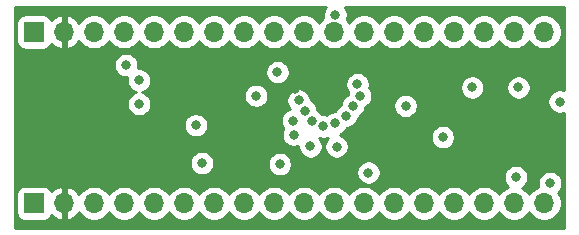
<source format=gbr>
%TF.GenerationSoftware,KiCad,Pcbnew,(5.1.10-1-10_14)*%
%TF.CreationDate,2021-07-19T22:46:51-06:00*%
%TF.ProjectId,f0-study-board,66302d73-7475-4647-992d-626f6172642e,rev?*%
%TF.SameCoordinates,Original*%
%TF.FileFunction,Copper,L2,Inr*%
%TF.FilePolarity,Positive*%
%FSLAX46Y46*%
G04 Gerber Fmt 4.6, Leading zero omitted, Abs format (unit mm)*
G04 Created by KiCad (PCBNEW (5.1.10-1-10_14)) date 2021-07-19 22:46:51*
%MOMM*%
%LPD*%
G01*
G04 APERTURE LIST*
%TA.AperFunction,ComponentPad*%
%ADD10O,1.700000X1.700000*%
%TD*%
%TA.AperFunction,ComponentPad*%
%ADD11R,1.700000X1.700000*%
%TD*%
%TA.AperFunction,ViaPad*%
%ADD12C,0.800000*%
%TD*%
%TA.AperFunction,Conductor*%
%ADD13C,0.254000*%
%TD*%
%TA.AperFunction,Conductor*%
%ADD14C,0.100000*%
%TD*%
G04 APERTURE END LIST*
D10*
%TO.N,SWCLK*%
%TO.C,J2*%
X143180000Y-114500000D03*
%TO.N,SWDIO*%
X140640000Y-114500000D03*
%TO.N,PB12*%
X138100000Y-114500000D03*
%TO.N,PB11*%
X135560000Y-114500000D03*
%TO.N,PB10*%
X133020000Y-114500000D03*
%TO.N,PB2*%
X130480000Y-114500000D03*
%TO.N,PB1*%
X127940000Y-114500000D03*
%TO.N,PB0*%
X125400000Y-114500000D03*
%TO.N,PA7*%
X122860000Y-114500000D03*
%TO.N,PA6*%
X120320000Y-114500000D03*
%TO.N,PA5*%
X117780000Y-114500000D03*
%TO.N,PA4*%
X115240000Y-114500000D03*
%TO.N,PA3*%
X112700000Y-114500000D03*
%TO.N,PA2*%
X110160000Y-114500000D03*
%TO.N,PA1*%
X107620000Y-114500000D03*
%TO.N,PA0*%
X105080000Y-114500000D03*
%TO.N,GND*%
X102540000Y-114500000D03*
D11*
%TO.N,VCC*%
X100000000Y-114500000D03*
%TD*%
D10*
%TO.N,PB13*%
%TO.C,J1*%
X143180000Y-100000000D03*
%TO.N,PB14*%
X140640000Y-100000000D03*
%TO.N,PB15*%
X138100000Y-100000000D03*
%TO.N,PA8*%
X135560000Y-100000000D03*
%TO.N,PA9*%
X133020000Y-100000000D03*
%TO.N,PA10*%
X130480000Y-100000000D03*
%TO.N,PA11*%
X127940000Y-100000000D03*
%TO.N,PA12*%
X125400000Y-100000000D03*
%TO.N,PA15*%
X122860000Y-100000000D03*
%TO.N,PB3*%
X120320000Y-100000000D03*
%TO.N,PB4*%
X117780000Y-100000000D03*
%TO.N,PB5*%
X115240000Y-100000000D03*
%TO.N,PB6*%
X112700000Y-100000000D03*
%TO.N,PB7*%
X110160000Y-100000000D03*
%TO.N,PB8*%
X107620000Y-100000000D03*
%TO.N,PB9*%
X105080000Y-100000000D03*
%TO.N,GND*%
X102540000Y-100000000D03*
D11*
%TO.N,+3V3*%
X100000000Y-100000000D03*
%TD*%
D12*
%TO.N,GND*%
X108900000Y-108200000D03*
X108900000Y-110500000D03*
X103100000Y-108600000D03*
X100500000Y-107700000D03*
X105900000Y-102800000D03*
X118800000Y-102700000D03*
X117300000Y-111200000D03*
X130700000Y-111900000D03*
X137000000Y-111700000D03*
X107800000Y-111700000D03*
X104900000Y-104000000D03*
X137100000Y-109800000D03*
X136000000Y-111700000D03*
X122100000Y-104800000D03*
X111600000Y-111800000D03*
X118250000Y-109700000D03*
%TO.N,+3V3*%
X108900000Y-106100000D03*
X107800000Y-102800000D03*
X108900000Y-104100000D03*
X118800000Y-105400000D03*
X128300000Y-111900000D03*
X140800000Y-112300000D03*
X137100000Y-104700000D03*
X120600000Y-103400000D03*
%TO.N,NRST*%
X121900000Y-107500000D03*
X113700000Y-107900000D03*
%TO.N,Net-(D2-Pad2)*%
X134600000Y-108900000D03*
%TO.N,PB10*%
X125623030Y-109701370D03*
%TO.N,PB9*%
X122400000Y-105800000D03*
%TO.N,PB8*%
X122945299Y-106667948D03*
%TO.N,PB7*%
X124500000Y-108000000D03*
%TO.N,PB6*%
X125500000Y-107750000D03*
%TO.N,PB5*%
X126445299Y-107082052D03*
%TO.N,PB4*%
X127000000Y-106250000D03*
X125503308Y-98553683D03*
%TO.N,SWCLK*%
X144500000Y-105900000D03*
X143700000Y-112800000D03*
X127383070Y-104423811D03*
%TO.N,SWDIO*%
X127600000Y-105400000D03*
X141000000Y-104700000D03*
%TO.N,PA11*%
X131462549Y-106250000D03*
%TO.N,PA4*%
X123400000Y-109692491D03*
%TO.N,PA1*%
X120800000Y-111200000D03*
%TO.N,PA0*%
X122000000Y-108700000D03*
%TO.N,/BOOT0*%
X123500000Y-107500000D03*
X114200000Y-111100000D03*
%TD*%
D13*
%TO.N,GND*%
X124586103Y-98063427D02*
X124508082Y-98251785D01*
X124468308Y-98451744D01*
X124468308Y-98655622D01*
X124500073Y-98815318D01*
X124453368Y-98846525D01*
X124246525Y-99053368D01*
X124130000Y-99227760D01*
X124013475Y-99053368D01*
X123806632Y-98846525D01*
X123563411Y-98684010D01*
X123293158Y-98572068D01*
X123006260Y-98515000D01*
X122713740Y-98515000D01*
X122426842Y-98572068D01*
X122156589Y-98684010D01*
X121913368Y-98846525D01*
X121706525Y-99053368D01*
X121590000Y-99227760D01*
X121473475Y-99053368D01*
X121266632Y-98846525D01*
X121023411Y-98684010D01*
X120753158Y-98572068D01*
X120466260Y-98515000D01*
X120173740Y-98515000D01*
X119886842Y-98572068D01*
X119616589Y-98684010D01*
X119373368Y-98846525D01*
X119166525Y-99053368D01*
X119050000Y-99227760D01*
X118933475Y-99053368D01*
X118726632Y-98846525D01*
X118483411Y-98684010D01*
X118213158Y-98572068D01*
X117926260Y-98515000D01*
X117633740Y-98515000D01*
X117346842Y-98572068D01*
X117076589Y-98684010D01*
X116833368Y-98846525D01*
X116626525Y-99053368D01*
X116510000Y-99227760D01*
X116393475Y-99053368D01*
X116186632Y-98846525D01*
X115943411Y-98684010D01*
X115673158Y-98572068D01*
X115386260Y-98515000D01*
X115093740Y-98515000D01*
X114806842Y-98572068D01*
X114536589Y-98684010D01*
X114293368Y-98846525D01*
X114086525Y-99053368D01*
X113970000Y-99227760D01*
X113853475Y-99053368D01*
X113646632Y-98846525D01*
X113403411Y-98684010D01*
X113133158Y-98572068D01*
X112846260Y-98515000D01*
X112553740Y-98515000D01*
X112266842Y-98572068D01*
X111996589Y-98684010D01*
X111753368Y-98846525D01*
X111546525Y-99053368D01*
X111430000Y-99227760D01*
X111313475Y-99053368D01*
X111106632Y-98846525D01*
X110863411Y-98684010D01*
X110593158Y-98572068D01*
X110306260Y-98515000D01*
X110013740Y-98515000D01*
X109726842Y-98572068D01*
X109456589Y-98684010D01*
X109213368Y-98846525D01*
X109006525Y-99053368D01*
X108890000Y-99227760D01*
X108773475Y-99053368D01*
X108566632Y-98846525D01*
X108323411Y-98684010D01*
X108053158Y-98572068D01*
X107766260Y-98515000D01*
X107473740Y-98515000D01*
X107186842Y-98572068D01*
X106916589Y-98684010D01*
X106673368Y-98846525D01*
X106466525Y-99053368D01*
X106350000Y-99227760D01*
X106233475Y-99053368D01*
X106026632Y-98846525D01*
X105783411Y-98684010D01*
X105513158Y-98572068D01*
X105226260Y-98515000D01*
X104933740Y-98515000D01*
X104646842Y-98572068D01*
X104376589Y-98684010D01*
X104133368Y-98846525D01*
X103926525Y-99053368D01*
X103804805Y-99235534D01*
X103735178Y-99118645D01*
X103540269Y-98902412D01*
X103306920Y-98728359D01*
X103044099Y-98603175D01*
X102896890Y-98558524D01*
X102667000Y-98679845D01*
X102667000Y-99873000D01*
X102687000Y-99873000D01*
X102687000Y-100127000D01*
X102667000Y-100127000D01*
X102667000Y-101320155D01*
X102896890Y-101441476D01*
X103044099Y-101396825D01*
X103306920Y-101271641D01*
X103540269Y-101097588D01*
X103735178Y-100881355D01*
X103804805Y-100764466D01*
X103926525Y-100946632D01*
X104133368Y-101153475D01*
X104376589Y-101315990D01*
X104646842Y-101427932D01*
X104933740Y-101485000D01*
X105226260Y-101485000D01*
X105513158Y-101427932D01*
X105783411Y-101315990D01*
X106026632Y-101153475D01*
X106233475Y-100946632D01*
X106350000Y-100772240D01*
X106466525Y-100946632D01*
X106673368Y-101153475D01*
X106916589Y-101315990D01*
X107186842Y-101427932D01*
X107473740Y-101485000D01*
X107766260Y-101485000D01*
X108053158Y-101427932D01*
X108323411Y-101315990D01*
X108566632Y-101153475D01*
X108773475Y-100946632D01*
X108890000Y-100772240D01*
X109006525Y-100946632D01*
X109213368Y-101153475D01*
X109456589Y-101315990D01*
X109726842Y-101427932D01*
X110013740Y-101485000D01*
X110306260Y-101485000D01*
X110593158Y-101427932D01*
X110863411Y-101315990D01*
X111106632Y-101153475D01*
X111313475Y-100946632D01*
X111430000Y-100772240D01*
X111546525Y-100946632D01*
X111753368Y-101153475D01*
X111996589Y-101315990D01*
X112266842Y-101427932D01*
X112553740Y-101485000D01*
X112846260Y-101485000D01*
X113133158Y-101427932D01*
X113403411Y-101315990D01*
X113646632Y-101153475D01*
X113853475Y-100946632D01*
X113970000Y-100772240D01*
X114086525Y-100946632D01*
X114293368Y-101153475D01*
X114536589Y-101315990D01*
X114806842Y-101427932D01*
X115093740Y-101485000D01*
X115386260Y-101485000D01*
X115673158Y-101427932D01*
X115943411Y-101315990D01*
X116186632Y-101153475D01*
X116393475Y-100946632D01*
X116510000Y-100772240D01*
X116626525Y-100946632D01*
X116833368Y-101153475D01*
X117076589Y-101315990D01*
X117346842Y-101427932D01*
X117633740Y-101485000D01*
X117926260Y-101485000D01*
X118213158Y-101427932D01*
X118483411Y-101315990D01*
X118726632Y-101153475D01*
X118933475Y-100946632D01*
X119050000Y-100772240D01*
X119166525Y-100946632D01*
X119373368Y-101153475D01*
X119616589Y-101315990D01*
X119886842Y-101427932D01*
X120173740Y-101485000D01*
X120466260Y-101485000D01*
X120753158Y-101427932D01*
X121023411Y-101315990D01*
X121266632Y-101153475D01*
X121473475Y-100946632D01*
X121590000Y-100772240D01*
X121706525Y-100946632D01*
X121913368Y-101153475D01*
X122156589Y-101315990D01*
X122426842Y-101427932D01*
X122713740Y-101485000D01*
X123006260Y-101485000D01*
X123293158Y-101427932D01*
X123563411Y-101315990D01*
X123806632Y-101153475D01*
X124013475Y-100946632D01*
X124130000Y-100772240D01*
X124246525Y-100946632D01*
X124453368Y-101153475D01*
X124696589Y-101315990D01*
X124966842Y-101427932D01*
X125253740Y-101485000D01*
X125546260Y-101485000D01*
X125833158Y-101427932D01*
X126103411Y-101315990D01*
X126346632Y-101153475D01*
X126553475Y-100946632D01*
X126670000Y-100772240D01*
X126786525Y-100946632D01*
X126993368Y-101153475D01*
X127236589Y-101315990D01*
X127506842Y-101427932D01*
X127793740Y-101485000D01*
X128086260Y-101485000D01*
X128373158Y-101427932D01*
X128643411Y-101315990D01*
X128886632Y-101153475D01*
X129093475Y-100946632D01*
X129210000Y-100772240D01*
X129326525Y-100946632D01*
X129533368Y-101153475D01*
X129776589Y-101315990D01*
X130046842Y-101427932D01*
X130333740Y-101485000D01*
X130626260Y-101485000D01*
X130913158Y-101427932D01*
X131183411Y-101315990D01*
X131426632Y-101153475D01*
X131633475Y-100946632D01*
X131750000Y-100772240D01*
X131866525Y-100946632D01*
X132073368Y-101153475D01*
X132316589Y-101315990D01*
X132586842Y-101427932D01*
X132873740Y-101485000D01*
X133166260Y-101485000D01*
X133453158Y-101427932D01*
X133723411Y-101315990D01*
X133966632Y-101153475D01*
X134173475Y-100946632D01*
X134290000Y-100772240D01*
X134406525Y-100946632D01*
X134613368Y-101153475D01*
X134856589Y-101315990D01*
X135126842Y-101427932D01*
X135413740Y-101485000D01*
X135706260Y-101485000D01*
X135993158Y-101427932D01*
X136263411Y-101315990D01*
X136506632Y-101153475D01*
X136713475Y-100946632D01*
X136830000Y-100772240D01*
X136946525Y-100946632D01*
X137153368Y-101153475D01*
X137396589Y-101315990D01*
X137666842Y-101427932D01*
X137953740Y-101485000D01*
X138246260Y-101485000D01*
X138533158Y-101427932D01*
X138803411Y-101315990D01*
X139046632Y-101153475D01*
X139253475Y-100946632D01*
X139370000Y-100772240D01*
X139486525Y-100946632D01*
X139693368Y-101153475D01*
X139936589Y-101315990D01*
X140206842Y-101427932D01*
X140493740Y-101485000D01*
X140786260Y-101485000D01*
X141073158Y-101427932D01*
X141343411Y-101315990D01*
X141586632Y-101153475D01*
X141793475Y-100946632D01*
X141910000Y-100772240D01*
X142026525Y-100946632D01*
X142233368Y-101153475D01*
X142476589Y-101315990D01*
X142746842Y-101427932D01*
X143033740Y-101485000D01*
X143326260Y-101485000D01*
X143613158Y-101427932D01*
X143883411Y-101315990D01*
X144126632Y-101153475D01*
X144333475Y-100946632D01*
X144495990Y-100703411D01*
X144607932Y-100433158D01*
X144665000Y-100146260D01*
X144665000Y-99853740D01*
X144607932Y-99566842D01*
X144495990Y-99296589D01*
X144333475Y-99053368D01*
X144126632Y-98846525D01*
X143883411Y-98684010D01*
X143613158Y-98572068D01*
X143326260Y-98515000D01*
X143033740Y-98515000D01*
X142746842Y-98572068D01*
X142476589Y-98684010D01*
X142233368Y-98846525D01*
X142026525Y-99053368D01*
X141910000Y-99227760D01*
X141793475Y-99053368D01*
X141586632Y-98846525D01*
X141343411Y-98684010D01*
X141073158Y-98572068D01*
X140786260Y-98515000D01*
X140493740Y-98515000D01*
X140206842Y-98572068D01*
X139936589Y-98684010D01*
X139693368Y-98846525D01*
X139486525Y-99053368D01*
X139370000Y-99227760D01*
X139253475Y-99053368D01*
X139046632Y-98846525D01*
X138803411Y-98684010D01*
X138533158Y-98572068D01*
X138246260Y-98515000D01*
X137953740Y-98515000D01*
X137666842Y-98572068D01*
X137396589Y-98684010D01*
X137153368Y-98846525D01*
X136946525Y-99053368D01*
X136830000Y-99227760D01*
X136713475Y-99053368D01*
X136506632Y-98846525D01*
X136263411Y-98684010D01*
X135993158Y-98572068D01*
X135706260Y-98515000D01*
X135413740Y-98515000D01*
X135126842Y-98572068D01*
X134856589Y-98684010D01*
X134613368Y-98846525D01*
X134406525Y-99053368D01*
X134290000Y-99227760D01*
X134173475Y-99053368D01*
X133966632Y-98846525D01*
X133723411Y-98684010D01*
X133453158Y-98572068D01*
X133166260Y-98515000D01*
X132873740Y-98515000D01*
X132586842Y-98572068D01*
X132316589Y-98684010D01*
X132073368Y-98846525D01*
X131866525Y-99053368D01*
X131750000Y-99227760D01*
X131633475Y-99053368D01*
X131426632Y-98846525D01*
X131183411Y-98684010D01*
X130913158Y-98572068D01*
X130626260Y-98515000D01*
X130333740Y-98515000D01*
X130046842Y-98572068D01*
X129776589Y-98684010D01*
X129533368Y-98846525D01*
X129326525Y-99053368D01*
X129210000Y-99227760D01*
X129093475Y-99053368D01*
X128886632Y-98846525D01*
X128643411Y-98684010D01*
X128373158Y-98572068D01*
X128086260Y-98515000D01*
X127793740Y-98515000D01*
X127506842Y-98572068D01*
X127236589Y-98684010D01*
X126993368Y-98846525D01*
X126786525Y-99053368D01*
X126670000Y-99227760D01*
X126553475Y-99053368D01*
X126456695Y-98956588D01*
X126498534Y-98855581D01*
X126538308Y-98655622D01*
X126538308Y-98451744D01*
X126498534Y-98251785D01*
X126420513Y-98063427D01*
X126317997Y-97910000D01*
X144840000Y-97910000D01*
X144840000Y-104920557D01*
X144801898Y-104904774D01*
X144601939Y-104865000D01*
X144398061Y-104865000D01*
X144198102Y-104904774D01*
X144009744Y-104982795D01*
X143840226Y-105096063D01*
X143696063Y-105240226D01*
X143582795Y-105409744D01*
X143504774Y-105598102D01*
X143465000Y-105798061D01*
X143465000Y-106001939D01*
X143504774Y-106201898D01*
X143582795Y-106390256D01*
X143696063Y-106559774D01*
X143840226Y-106703937D01*
X144009744Y-106817205D01*
X144198102Y-106895226D01*
X144398061Y-106935000D01*
X144601939Y-106935000D01*
X144801898Y-106895226D01*
X144840000Y-106879443D01*
X144840001Y-116590000D01*
X98410000Y-116590000D01*
X98410000Y-113650000D01*
X98511928Y-113650000D01*
X98511928Y-115350000D01*
X98524188Y-115474482D01*
X98560498Y-115594180D01*
X98619463Y-115704494D01*
X98698815Y-115801185D01*
X98795506Y-115880537D01*
X98905820Y-115939502D01*
X99025518Y-115975812D01*
X99150000Y-115988072D01*
X100850000Y-115988072D01*
X100974482Y-115975812D01*
X101094180Y-115939502D01*
X101204494Y-115880537D01*
X101301185Y-115801185D01*
X101380537Y-115704494D01*
X101439502Y-115594180D01*
X101463966Y-115513534D01*
X101539731Y-115597588D01*
X101773080Y-115771641D01*
X102035901Y-115896825D01*
X102183110Y-115941476D01*
X102413000Y-115820155D01*
X102413000Y-114627000D01*
X102393000Y-114627000D01*
X102393000Y-114373000D01*
X102413000Y-114373000D01*
X102413000Y-113179845D01*
X102667000Y-113179845D01*
X102667000Y-114373000D01*
X102687000Y-114373000D01*
X102687000Y-114627000D01*
X102667000Y-114627000D01*
X102667000Y-115820155D01*
X102896890Y-115941476D01*
X103044099Y-115896825D01*
X103306920Y-115771641D01*
X103540269Y-115597588D01*
X103735178Y-115381355D01*
X103804805Y-115264466D01*
X103926525Y-115446632D01*
X104133368Y-115653475D01*
X104376589Y-115815990D01*
X104646842Y-115927932D01*
X104933740Y-115985000D01*
X105226260Y-115985000D01*
X105513158Y-115927932D01*
X105783411Y-115815990D01*
X106026632Y-115653475D01*
X106233475Y-115446632D01*
X106350000Y-115272240D01*
X106466525Y-115446632D01*
X106673368Y-115653475D01*
X106916589Y-115815990D01*
X107186842Y-115927932D01*
X107473740Y-115985000D01*
X107766260Y-115985000D01*
X108053158Y-115927932D01*
X108323411Y-115815990D01*
X108566632Y-115653475D01*
X108773475Y-115446632D01*
X108890000Y-115272240D01*
X109006525Y-115446632D01*
X109213368Y-115653475D01*
X109456589Y-115815990D01*
X109726842Y-115927932D01*
X110013740Y-115985000D01*
X110306260Y-115985000D01*
X110593158Y-115927932D01*
X110863411Y-115815990D01*
X111106632Y-115653475D01*
X111313475Y-115446632D01*
X111430000Y-115272240D01*
X111546525Y-115446632D01*
X111753368Y-115653475D01*
X111996589Y-115815990D01*
X112266842Y-115927932D01*
X112553740Y-115985000D01*
X112846260Y-115985000D01*
X113133158Y-115927932D01*
X113403411Y-115815990D01*
X113646632Y-115653475D01*
X113853475Y-115446632D01*
X113970000Y-115272240D01*
X114086525Y-115446632D01*
X114293368Y-115653475D01*
X114536589Y-115815990D01*
X114806842Y-115927932D01*
X115093740Y-115985000D01*
X115386260Y-115985000D01*
X115673158Y-115927932D01*
X115943411Y-115815990D01*
X116186632Y-115653475D01*
X116393475Y-115446632D01*
X116510000Y-115272240D01*
X116626525Y-115446632D01*
X116833368Y-115653475D01*
X117076589Y-115815990D01*
X117346842Y-115927932D01*
X117633740Y-115985000D01*
X117926260Y-115985000D01*
X118213158Y-115927932D01*
X118483411Y-115815990D01*
X118726632Y-115653475D01*
X118933475Y-115446632D01*
X119050000Y-115272240D01*
X119166525Y-115446632D01*
X119373368Y-115653475D01*
X119616589Y-115815990D01*
X119886842Y-115927932D01*
X120173740Y-115985000D01*
X120466260Y-115985000D01*
X120753158Y-115927932D01*
X121023411Y-115815990D01*
X121266632Y-115653475D01*
X121473475Y-115446632D01*
X121590000Y-115272240D01*
X121706525Y-115446632D01*
X121913368Y-115653475D01*
X122156589Y-115815990D01*
X122426842Y-115927932D01*
X122713740Y-115985000D01*
X123006260Y-115985000D01*
X123293158Y-115927932D01*
X123563411Y-115815990D01*
X123806632Y-115653475D01*
X124013475Y-115446632D01*
X124130000Y-115272240D01*
X124246525Y-115446632D01*
X124453368Y-115653475D01*
X124696589Y-115815990D01*
X124966842Y-115927932D01*
X125253740Y-115985000D01*
X125546260Y-115985000D01*
X125833158Y-115927932D01*
X126103411Y-115815990D01*
X126346632Y-115653475D01*
X126553475Y-115446632D01*
X126670000Y-115272240D01*
X126786525Y-115446632D01*
X126993368Y-115653475D01*
X127236589Y-115815990D01*
X127506842Y-115927932D01*
X127793740Y-115985000D01*
X128086260Y-115985000D01*
X128373158Y-115927932D01*
X128643411Y-115815990D01*
X128886632Y-115653475D01*
X129093475Y-115446632D01*
X129210000Y-115272240D01*
X129326525Y-115446632D01*
X129533368Y-115653475D01*
X129776589Y-115815990D01*
X130046842Y-115927932D01*
X130333740Y-115985000D01*
X130626260Y-115985000D01*
X130913158Y-115927932D01*
X131183411Y-115815990D01*
X131426632Y-115653475D01*
X131633475Y-115446632D01*
X131750000Y-115272240D01*
X131866525Y-115446632D01*
X132073368Y-115653475D01*
X132316589Y-115815990D01*
X132586842Y-115927932D01*
X132873740Y-115985000D01*
X133166260Y-115985000D01*
X133453158Y-115927932D01*
X133723411Y-115815990D01*
X133966632Y-115653475D01*
X134173475Y-115446632D01*
X134290000Y-115272240D01*
X134406525Y-115446632D01*
X134613368Y-115653475D01*
X134856589Y-115815990D01*
X135126842Y-115927932D01*
X135413740Y-115985000D01*
X135706260Y-115985000D01*
X135993158Y-115927932D01*
X136263411Y-115815990D01*
X136506632Y-115653475D01*
X136713475Y-115446632D01*
X136830000Y-115272240D01*
X136946525Y-115446632D01*
X137153368Y-115653475D01*
X137396589Y-115815990D01*
X137666842Y-115927932D01*
X137953740Y-115985000D01*
X138246260Y-115985000D01*
X138533158Y-115927932D01*
X138803411Y-115815990D01*
X139046632Y-115653475D01*
X139253475Y-115446632D01*
X139370000Y-115272240D01*
X139486525Y-115446632D01*
X139693368Y-115653475D01*
X139936589Y-115815990D01*
X140206842Y-115927932D01*
X140493740Y-115985000D01*
X140786260Y-115985000D01*
X141073158Y-115927932D01*
X141343411Y-115815990D01*
X141586632Y-115653475D01*
X141793475Y-115446632D01*
X141910000Y-115272240D01*
X142026525Y-115446632D01*
X142233368Y-115653475D01*
X142476589Y-115815990D01*
X142746842Y-115927932D01*
X143033740Y-115985000D01*
X143326260Y-115985000D01*
X143613158Y-115927932D01*
X143883411Y-115815990D01*
X144126632Y-115653475D01*
X144333475Y-115446632D01*
X144495990Y-115203411D01*
X144607932Y-114933158D01*
X144665000Y-114646260D01*
X144665000Y-114353740D01*
X144607932Y-114066842D01*
X144495990Y-113796589D01*
X144364264Y-113599447D01*
X144503937Y-113459774D01*
X144617205Y-113290256D01*
X144695226Y-113101898D01*
X144735000Y-112901939D01*
X144735000Y-112698061D01*
X144695226Y-112498102D01*
X144617205Y-112309744D01*
X144503937Y-112140226D01*
X144359774Y-111996063D01*
X144190256Y-111882795D01*
X144001898Y-111804774D01*
X143801939Y-111765000D01*
X143598061Y-111765000D01*
X143398102Y-111804774D01*
X143209744Y-111882795D01*
X143040226Y-111996063D01*
X142896063Y-112140226D01*
X142782795Y-112309744D01*
X142704774Y-112498102D01*
X142665000Y-112698061D01*
X142665000Y-112901939D01*
X142702494Y-113090437D01*
X142476589Y-113184010D01*
X142233368Y-113346525D01*
X142026525Y-113553368D01*
X141910000Y-113727760D01*
X141793475Y-113553368D01*
X141586632Y-113346525D01*
X141343411Y-113184010D01*
X141341266Y-113183121D01*
X141459774Y-113103937D01*
X141603937Y-112959774D01*
X141717205Y-112790256D01*
X141795226Y-112601898D01*
X141835000Y-112401939D01*
X141835000Y-112198061D01*
X141795226Y-111998102D01*
X141717205Y-111809744D01*
X141603937Y-111640226D01*
X141459774Y-111496063D01*
X141290256Y-111382795D01*
X141101898Y-111304774D01*
X140901939Y-111265000D01*
X140698061Y-111265000D01*
X140498102Y-111304774D01*
X140309744Y-111382795D01*
X140140226Y-111496063D01*
X139996063Y-111640226D01*
X139882795Y-111809744D01*
X139804774Y-111998102D01*
X139765000Y-112198061D01*
X139765000Y-112401939D01*
X139804774Y-112601898D01*
X139882795Y-112790256D01*
X139996063Y-112959774D01*
X140137203Y-113100914D01*
X139936589Y-113184010D01*
X139693368Y-113346525D01*
X139486525Y-113553368D01*
X139370000Y-113727760D01*
X139253475Y-113553368D01*
X139046632Y-113346525D01*
X138803411Y-113184010D01*
X138533158Y-113072068D01*
X138246260Y-113015000D01*
X137953740Y-113015000D01*
X137666842Y-113072068D01*
X137396589Y-113184010D01*
X137153368Y-113346525D01*
X136946525Y-113553368D01*
X136830000Y-113727760D01*
X136713475Y-113553368D01*
X136506632Y-113346525D01*
X136263411Y-113184010D01*
X135993158Y-113072068D01*
X135706260Y-113015000D01*
X135413740Y-113015000D01*
X135126842Y-113072068D01*
X134856589Y-113184010D01*
X134613368Y-113346525D01*
X134406525Y-113553368D01*
X134290000Y-113727760D01*
X134173475Y-113553368D01*
X133966632Y-113346525D01*
X133723411Y-113184010D01*
X133453158Y-113072068D01*
X133166260Y-113015000D01*
X132873740Y-113015000D01*
X132586842Y-113072068D01*
X132316589Y-113184010D01*
X132073368Y-113346525D01*
X131866525Y-113553368D01*
X131750000Y-113727760D01*
X131633475Y-113553368D01*
X131426632Y-113346525D01*
X131183411Y-113184010D01*
X130913158Y-113072068D01*
X130626260Y-113015000D01*
X130333740Y-113015000D01*
X130046842Y-113072068D01*
X129776589Y-113184010D01*
X129533368Y-113346525D01*
X129326525Y-113553368D01*
X129210000Y-113727760D01*
X129093475Y-113553368D01*
X128886632Y-113346525D01*
X128643411Y-113184010D01*
X128373158Y-113072068D01*
X128086260Y-113015000D01*
X127793740Y-113015000D01*
X127506842Y-113072068D01*
X127236589Y-113184010D01*
X126993368Y-113346525D01*
X126786525Y-113553368D01*
X126670000Y-113727760D01*
X126553475Y-113553368D01*
X126346632Y-113346525D01*
X126103411Y-113184010D01*
X125833158Y-113072068D01*
X125546260Y-113015000D01*
X125253740Y-113015000D01*
X124966842Y-113072068D01*
X124696589Y-113184010D01*
X124453368Y-113346525D01*
X124246525Y-113553368D01*
X124130000Y-113727760D01*
X124013475Y-113553368D01*
X123806632Y-113346525D01*
X123563411Y-113184010D01*
X123293158Y-113072068D01*
X123006260Y-113015000D01*
X122713740Y-113015000D01*
X122426842Y-113072068D01*
X122156589Y-113184010D01*
X121913368Y-113346525D01*
X121706525Y-113553368D01*
X121590000Y-113727760D01*
X121473475Y-113553368D01*
X121266632Y-113346525D01*
X121023411Y-113184010D01*
X120753158Y-113072068D01*
X120466260Y-113015000D01*
X120173740Y-113015000D01*
X119886842Y-113072068D01*
X119616589Y-113184010D01*
X119373368Y-113346525D01*
X119166525Y-113553368D01*
X119050000Y-113727760D01*
X118933475Y-113553368D01*
X118726632Y-113346525D01*
X118483411Y-113184010D01*
X118213158Y-113072068D01*
X117926260Y-113015000D01*
X117633740Y-113015000D01*
X117346842Y-113072068D01*
X117076589Y-113184010D01*
X116833368Y-113346525D01*
X116626525Y-113553368D01*
X116510000Y-113727760D01*
X116393475Y-113553368D01*
X116186632Y-113346525D01*
X115943411Y-113184010D01*
X115673158Y-113072068D01*
X115386260Y-113015000D01*
X115093740Y-113015000D01*
X114806842Y-113072068D01*
X114536589Y-113184010D01*
X114293368Y-113346525D01*
X114086525Y-113553368D01*
X113970000Y-113727760D01*
X113853475Y-113553368D01*
X113646632Y-113346525D01*
X113403411Y-113184010D01*
X113133158Y-113072068D01*
X112846260Y-113015000D01*
X112553740Y-113015000D01*
X112266842Y-113072068D01*
X111996589Y-113184010D01*
X111753368Y-113346525D01*
X111546525Y-113553368D01*
X111430000Y-113727760D01*
X111313475Y-113553368D01*
X111106632Y-113346525D01*
X110863411Y-113184010D01*
X110593158Y-113072068D01*
X110306260Y-113015000D01*
X110013740Y-113015000D01*
X109726842Y-113072068D01*
X109456589Y-113184010D01*
X109213368Y-113346525D01*
X109006525Y-113553368D01*
X108890000Y-113727760D01*
X108773475Y-113553368D01*
X108566632Y-113346525D01*
X108323411Y-113184010D01*
X108053158Y-113072068D01*
X107766260Y-113015000D01*
X107473740Y-113015000D01*
X107186842Y-113072068D01*
X106916589Y-113184010D01*
X106673368Y-113346525D01*
X106466525Y-113553368D01*
X106350000Y-113727760D01*
X106233475Y-113553368D01*
X106026632Y-113346525D01*
X105783411Y-113184010D01*
X105513158Y-113072068D01*
X105226260Y-113015000D01*
X104933740Y-113015000D01*
X104646842Y-113072068D01*
X104376589Y-113184010D01*
X104133368Y-113346525D01*
X103926525Y-113553368D01*
X103804805Y-113735534D01*
X103735178Y-113618645D01*
X103540269Y-113402412D01*
X103306920Y-113228359D01*
X103044099Y-113103175D01*
X102896890Y-113058524D01*
X102667000Y-113179845D01*
X102413000Y-113179845D01*
X102183110Y-113058524D01*
X102035901Y-113103175D01*
X101773080Y-113228359D01*
X101539731Y-113402412D01*
X101463966Y-113486466D01*
X101439502Y-113405820D01*
X101380537Y-113295506D01*
X101301185Y-113198815D01*
X101204494Y-113119463D01*
X101094180Y-113060498D01*
X100974482Y-113024188D01*
X100850000Y-113011928D01*
X99150000Y-113011928D01*
X99025518Y-113024188D01*
X98905820Y-113060498D01*
X98795506Y-113119463D01*
X98698815Y-113198815D01*
X98619463Y-113295506D01*
X98560498Y-113405820D01*
X98524188Y-113525518D01*
X98511928Y-113650000D01*
X98410000Y-113650000D01*
X98410000Y-110998061D01*
X113165000Y-110998061D01*
X113165000Y-111201939D01*
X113204774Y-111401898D01*
X113282795Y-111590256D01*
X113396063Y-111759774D01*
X113540226Y-111903937D01*
X113709744Y-112017205D01*
X113898102Y-112095226D01*
X114098061Y-112135000D01*
X114301939Y-112135000D01*
X114501898Y-112095226D01*
X114690256Y-112017205D01*
X114859774Y-111903937D01*
X115003937Y-111759774D01*
X115117205Y-111590256D01*
X115195226Y-111401898D01*
X115235000Y-111201939D01*
X115235000Y-111098061D01*
X119765000Y-111098061D01*
X119765000Y-111301939D01*
X119804774Y-111501898D01*
X119882795Y-111690256D01*
X119996063Y-111859774D01*
X120140226Y-112003937D01*
X120309744Y-112117205D01*
X120498102Y-112195226D01*
X120698061Y-112235000D01*
X120901939Y-112235000D01*
X121101898Y-112195226D01*
X121290256Y-112117205D01*
X121459774Y-112003937D01*
X121603937Y-111859774D01*
X121645172Y-111798061D01*
X127265000Y-111798061D01*
X127265000Y-112001939D01*
X127304774Y-112201898D01*
X127382795Y-112390256D01*
X127496063Y-112559774D01*
X127640226Y-112703937D01*
X127809744Y-112817205D01*
X127998102Y-112895226D01*
X128198061Y-112935000D01*
X128401939Y-112935000D01*
X128601898Y-112895226D01*
X128790256Y-112817205D01*
X128959774Y-112703937D01*
X129103937Y-112559774D01*
X129217205Y-112390256D01*
X129295226Y-112201898D01*
X129335000Y-112001939D01*
X129335000Y-111798061D01*
X129295226Y-111598102D01*
X129217205Y-111409744D01*
X129103937Y-111240226D01*
X128959774Y-111096063D01*
X128790256Y-110982795D01*
X128601898Y-110904774D01*
X128401939Y-110865000D01*
X128198061Y-110865000D01*
X127998102Y-110904774D01*
X127809744Y-110982795D01*
X127640226Y-111096063D01*
X127496063Y-111240226D01*
X127382795Y-111409744D01*
X127304774Y-111598102D01*
X127265000Y-111798061D01*
X121645172Y-111798061D01*
X121717205Y-111690256D01*
X121795226Y-111501898D01*
X121835000Y-111301939D01*
X121835000Y-111098061D01*
X121795226Y-110898102D01*
X121717205Y-110709744D01*
X121603937Y-110540226D01*
X121459774Y-110396063D01*
X121290256Y-110282795D01*
X121101898Y-110204774D01*
X120901939Y-110165000D01*
X120698061Y-110165000D01*
X120498102Y-110204774D01*
X120309744Y-110282795D01*
X120140226Y-110396063D01*
X119996063Y-110540226D01*
X119882795Y-110709744D01*
X119804774Y-110898102D01*
X119765000Y-111098061D01*
X115235000Y-111098061D01*
X115235000Y-110998061D01*
X115195226Y-110798102D01*
X115117205Y-110609744D01*
X115003937Y-110440226D01*
X114859774Y-110296063D01*
X114690256Y-110182795D01*
X114501898Y-110104774D01*
X114301939Y-110065000D01*
X114098061Y-110065000D01*
X113898102Y-110104774D01*
X113709744Y-110182795D01*
X113540226Y-110296063D01*
X113396063Y-110440226D01*
X113282795Y-110609744D01*
X113204774Y-110798102D01*
X113165000Y-110998061D01*
X98410000Y-110998061D01*
X98410000Y-107798061D01*
X112665000Y-107798061D01*
X112665000Y-108001939D01*
X112704774Y-108201898D01*
X112782795Y-108390256D01*
X112896063Y-108559774D01*
X113040226Y-108703937D01*
X113209744Y-108817205D01*
X113398102Y-108895226D01*
X113598061Y-108935000D01*
X113801939Y-108935000D01*
X114001898Y-108895226D01*
X114190256Y-108817205D01*
X114359774Y-108703937D01*
X114503937Y-108559774D01*
X114617205Y-108390256D01*
X114695226Y-108201898D01*
X114735000Y-108001939D01*
X114735000Y-107798061D01*
X114695226Y-107598102D01*
X114617205Y-107409744D01*
X114609399Y-107398061D01*
X120865000Y-107398061D01*
X120865000Y-107601939D01*
X120904774Y-107801898D01*
X120982795Y-107990256D01*
X121096063Y-108159774D01*
X121108125Y-108171836D01*
X121082795Y-108209744D01*
X121004774Y-108398102D01*
X120965000Y-108598061D01*
X120965000Y-108801939D01*
X121004774Y-109001898D01*
X121082795Y-109190256D01*
X121196063Y-109359774D01*
X121340226Y-109503937D01*
X121509744Y-109617205D01*
X121698102Y-109695226D01*
X121898061Y-109735000D01*
X122101939Y-109735000D01*
X122301898Y-109695226D01*
X122365000Y-109669088D01*
X122365000Y-109794430D01*
X122404774Y-109994389D01*
X122482795Y-110182747D01*
X122596063Y-110352265D01*
X122740226Y-110496428D01*
X122909744Y-110609696D01*
X123098102Y-110687717D01*
X123298061Y-110727491D01*
X123501939Y-110727491D01*
X123701898Y-110687717D01*
X123890256Y-110609696D01*
X124059774Y-110496428D01*
X124203937Y-110352265D01*
X124317205Y-110182747D01*
X124395226Y-109994389D01*
X124435000Y-109794430D01*
X124435000Y-109590552D01*
X124395226Y-109390593D01*
X124317205Y-109202235D01*
X124203937Y-109032717D01*
X124144062Y-108972842D01*
X124198102Y-108995226D01*
X124398061Y-109035000D01*
X124601939Y-109035000D01*
X124801898Y-108995226D01*
X124910411Y-108950278D01*
X124819093Y-109041596D01*
X124705825Y-109211114D01*
X124627804Y-109399472D01*
X124588030Y-109599431D01*
X124588030Y-109803309D01*
X124627804Y-110003268D01*
X124705825Y-110191626D01*
X124819093Y-110361144D01*
X124963256Y-110505307D01*
X125132774Y-110618575D01*
X125321132Y-110696596D01*
X125521091Y-110736370D01*
X125724969Y-110736370D01*
X125924928Y-110696596D01*
X126113286Y-110618575D01*
X126282804Y-110505307D01*
X126426967Y-110361144D01*
X126540235Y-110191626D01*
X126618256Y-110003268D01*
X126658030Y-109803309D01*
X126658030Y-109599431D01*
X126618256Y-109399472D01*
X126540235Y-109211114D01*
X126426967Y-109041596D01*
X126282804Y-108897433D01*
X126134083Y-108798061D01*
X133565000Y-108798061D01*
X133565000Y-109001939D01*
X133604774Y-109201898D01*
X133682795Y-109390256D01*
X133796063Y-109559774D01*
X133940226Y-109703937D01*
X134109744Y-109817205D01*
X134298102Y-109895226D01*
X134498061Y-109935000D01*
X134701939Y-109935000D01*
X134901898Y-109895226D01*
X135090256Y-109817205D01*
X135259774Y-109703937D01*
X135403937Y-109559774D01*
X135517205Y-109390256D01*
X135595226Y-109201898D01*
X135635000Y-109001939D01*
X135635000Y-108798061D01*
X135595226Y-108598102D01*
X135517205Y-108409744D01*
X135403937Y-108240226D01*
X135259774Y-108096063D01*
X135090256Y-107982795D01*
X134901898Y-107904774D01*
X134701939Y-107865000D01*
X134498061Y-107865000D01*
X134298102Y-107904774D01*
X134109744Y-107982795D01*
X133940226Y-108096063D01*
X133796063Y-108240226D01*
X133682795Y-108409744D01*
X133604774Y-108598102D01*
X133565000Y-108798061D01*
X126134083Y-108798061D01*
X126113286Y-108784165D01*
X125924928Y-108706144D01*
X125905553Y-108702290D01*
X125990256Y-108667205D01*
X126159774Y-108553937D01*
X126303937Y-108409774D01*
X126417205Y-108240256D01*
X126468238Y-108117052D01*
X126547238Y-108117052D01*
X126747197Y-108077278D01*
X126935555Y-107999257D01*
X127105073Y-107885989D01*
X127249236Y-107741826D01*
X127362504Y-107572308D01*
X127440525Y-107383950D01*
X127480299Y-107183991D01*
X127480299Y-107171329D01*
X127490256Y-107167205D01*
X127659774Y-107053937D01*
X127803937Y-106909774D01*
X127917205Y-106740256D01*
X127995226Y-106551898D01*
X128035000Y-106351939D01*
X128035000Y-106340093D01*
X128090256Y-106317205D01*
X128259774Y-106203937D01*
X128315650Y-106148061D01*
X130427549Y-106148061D01*
X130427549Y-106351939D01*
X130467323Y-106551898D01*
X130545344Y-106740256D01*
X130658612Y-106909774D01*
X130802775Y-107053937D01*
X130972293Y-107167205D01*
X131160651Y-107245226D01*
X131360610Y-107285000D01*
X131564488Y-107285000D01*
X131764447Y-107245226D01*
X131952805Y-107167205D01*
X132122323Y-107053937D01*
X132266486Y-106909774D01*
X132379754Y-106740256D01*
X132457775Y-106551898D01*
X132497549Y-106351939D01*
X132497549Y-106148061D01*
X132457775Y-105948102D01*
X132379754Y-105759744D01*
X132266486Y-105590226D01*
X132122323Y-105446063D01*
X131952805Y-105332795D01*
X131764447Y-105254774D01*
X131564488Y-105215000D01*
X131360610Y-105215000D01*
X131160651Y-105254774D01*
X130972293Y-105332795D01*
X130802775Y-105446063D01*
X130658612Y-105590226D01*
X130545344Y-105759744D01*
X130467323Y-105948102D01*
X130427549Y-106148061D01*
X128315650Y-106148061D01*
X128403937Y-106059774D01*
X128517205Y-105890256D01*
X128595226Y-105701898D01*
X128635000Y-105501939D01*
X128635000Y-105298061D01*
X128595226Y-105098102D01*
X128517205Y-104909744D01*
X128403937Y-104740226D01*
X128380142Y-104716431D01*
X128403686Y-104598061D01*
X136065000Y-104598061D01*
X136065000Y-104801939D01*
X136104774Y-105001898D01*
X136182795Y-105190256D01*
X136296063Y-105359774D01*
X136440226Y-105503937D01*
X136609744Y-105617205D01*
X136798102Y-105695226D01*
X136998061Y-105735000D01*
X137201939Y-105735000D01*
X137401898Y-105695226D01*
X137590256Y-105617205D01*
X137759774Y-105503937D01*
X137903937Y-105359774D01*
X138017205Y-105190256D01*
X138095226Y-105001898D01*
X138135000Y-104801939D01*
X138135000Y-104598061D01*
X139965000Y-104598061D01*
X139965000Y-104801939D01*
X140004774Y-105001898D01*
X140082795Y-105190256D01*
X140196063Y-105359774D01*
X140340226Y-105503937D01*
X140509744Y-105617205D01*
X140698102Y-105695226D01*
X140898061Y-105735000D01*
X141101939Y-105735000D01*
X141301898Y-105695226D01*
X141490256Y-105617205D01*
X141659774Y-105503937D01*
X141803937Y-105359774D01*
X141917205Y-105190256D01*
X141995226Y-105001898D01*
X142035000Y-104801939D01*
X142035000Y-104598061D01*
X141995226Y-104398102D01*
X141917205Y-104209744D01*
X141803937Y-104040226D01*
X141659774Y-103896063D01*
X141490256Y-103782795D01*
X141301898Y-103704774D01*
X141101939Y-103665000D01*
X140898061Y-103665000D01*
X140698102Y-103704774D01*
X140509744Y-103782795D01*
X140340226Y-103896063D01*
X140196063Y-104040226D01*
X140082795Y-104209744D01*
X140004774Y-104398102D01*
X139965000Y-104598061D01*
X138135000Y-104598061D01*
X138095226Y-104398102D01*
X138017205Y-104209744D01*
X137903937Y-104040226D01*
X137759774Y-103896063D01*
X137590256Y-103782795D01*
X137401898Y-103704774D01*
X137201939Y-103665000D01*
X136998061Y-103665000D01*
X136798102Y-103704774D01*
X136609744Y-103782795D01*
X136440226Y-103896063D01*
X136296063Y-104040226D01*
X136182795Y-104209744D01*
X136104774Y-104398102D01*
X136065000Y-104598061D01*
X128403686Y-104598061D01*
X128418070Y-104525750D01*
X128418070Y-104321872D01*
X128378296Y-104121913D01*
X128300275Y-103933555D01*
X128187007Y-103764037D01*
X128042844Y-103619874D01*
X127873326Y-103506606D01*
X127684968Y-103428585D01*
X127485009Y-103388811D01*
X127281131Y-103388811D01*
X127081172Y-103428585D01*
X126892814Y-103506606D01*
X126723296Y-103619874D01*
X126579133Y-103764037D01*
X126465865Y-103933555D01*
X126387844Y-104121913D01*
X126348070Y-104321872D01*
X126348070Y-104525750D01*
X126387844Y-104725709D01*
X126465865Y-104914067D01*
X126579133Y-105083585D01*
X126602928Y-105107380D01*
X126565000Y-105298061D01*
X126565000Y-105309907D01*
X126509744Y-105332795D01*
X126340226Y-105446063D01*
X126196063Y-105590226D01*
X126082795Y-105759744D01*
X126004774Y-105948102D01*
X125965000Y-106148061D01*
X125965000Y-106160723D01*
X125955043Y-106164847D01*
X125785525Y-106278115D01*
X125641362Y-106422278D01*
X125528094Y-106591796D01*
X125477061Y-106715000D01*
X125398061Y-106715000D01*
X125198102Y-106754774D01*
X125009744Y-106832795D01*
X124840226Y-106946063D01*
X124784897Y-107001392D01*
X124601939Y-106965000D01*
X124398061Y-106965000D01*
X124388570Y-106966888D01*
X124303937Y-106840226D01*
X124159774Y-106696063D01*
X123990256Y-106582795D01*
X123980299Y-106578671D01*
X123980299Y-106566009D01*
X123940525Y-106366050D01*
X123862504Y-106177692D01*
X123749236Y-106008174D01*
X123605073Y-105864011D01*
X123435555Y-105750743D01*
X123435000Y-105750513D01*
X123435000Y-105698061D01*
X123395226Y-105498102D01*
X123317205Y-105309744D01*
X123203937Y-105140226D01*
X123059774Y-104996063D01*
X122890256Y-104882795D01*
X122701898Y-104804774D01*
X122501939Y-104765000D01*
X122298061Y-104765000D01*
X122098102Y-104804774D01*
X121909744Y-104882795D01*
X121740226Y-104996063D01*
X121596063Y-105140226D01*
X121482795Y-105309744D01*
X121404774Y-105498102D01*
X121365000Y-105698061D01*
X121365000Y-105901939D01*
X121404774Y-106101898D01*
X121482795Y-106290256D01*
X121596063Y-106459774D01*
X121633935Y-106497646D01*
X121598102Y-106504774D01*
X121409744Y-106582795D01*
X121240226Y-106696063D01*
X121096063Y-106840226D01*
X120982795Y-107009744D01*
X120904774Y-107198102D01*
X120865000Y-107398061D01*
X114609399Y-107398061D01*
X114503937Y-107240226D01*
X114359774Y-107096063D01*
X114190256Y-106982795D01*
X114001898Y-106904774D01*
X113801939Y-106865000D01*
X113598061Y-106865000D01*
X113398102Y-106904774D01*
X113209744Y-106982795D01*
X113040226Y-107096063D01*
X112896063Y-107240226D01*
X112782795Y-107409744D01*
X112704774Y-107598102D01*
X112665000Y-107798061D01*
X98410000Y-107798061D01*
X98410000Y-102698061D01*
X106765000Y-102698061D01*
X106765000Y-102901939D01*
X106804774Y-103101898D01*
X106882795Y-103290256D01*
X106996063Y-103459774D01*
X107140226Y-103603937D01*
X107309744Y-103717205D01*
X107498102Y-103795226D01*
X107698061Y-103835000D01*
X107897435Y-103835000D01*
X107865000Y-103998061D01*
X107865000Y-104201939D01*
X107904774Y-104401898D01*
X107982795Y-104590256D01*
X108096063Y-104759774D01*
X108240226Y-104903937D01*
X108409744Y-105017205D01*
X108598102Y-105095226D01*
X108622103Y-105100000D01*
X108598102Y-105104774D01*
X108409744Y-105182795D01*
X108240226Y-105296063D01*
X108096063Y-105440226D01*
X107982795Y-105609744D01*
X107904774Y-105798102D01*
X107865000Y-105998061D01*
X107865000Y-106201939D01*
X107904774Y-106401898D01*
X107982795Y-106590256D01*
X108096063Y-106759774D01*
X108240226Y-106903937D01*
X108409744Y-107017205D01*
X108598102Y-107095226D01*
X108798061Y-107135000D01*
X109001939Y-107135000D01*
X109201898Y-107095226D01*
X109390256Y-107017205D01*
X109559774Y-106903937D01*
X109703937Y-106759774D01*
X109817205Y-106590256D01*
X109895226Y-106401898D01*
X109935000Y-106201939D01*
X109935000Y-105998061D01*
X109895226Y-105798102D01*
X109817205Y-105609744D01*
X109703937Y-105440226D01*
X109561772Y-105298061D01*
X117765000Y-105298061D01*
X117765000Y-105501939D01*
X117804774Y-105701898D01*
X117882795Y-105890256D01*
X117996063Y-106059774D01*
X118140226Y-106203937D01*
X118309744Y-106317205D01*
X118498102Y-106395226D01*
X118698061Y-106435000D01*
X118901939Y-106435000D01*
X119101898Y-106395226D01*
X119290256Y-106317205D01*
X119459774Y-106203937D01*
X119603937Y-106059774D01*
X119717205Y-105890256D01*
X119795226Y-105701898D01*
X119835000Y-105501939D01*
X119835000Y-105298061D01*
X119795226Y-105098102D01*
X119717205Y-104909744D01*
X119603937Y-104740226D01*
X119459774Y-104596063D01*
X119290256Y-104482795D01*
X119101898Y-104404774D01*
X118901939Y-104365000D01*
X118698061Y-104365000D01*
X118498102Y-104404774D01*
X118309744Y-104482795D01*
X118140226Y-104596063D01*
X117996063Y-104740226D01*
X117882795Y-104909744D01*
X117804774Y-105098102D01*
X117765000Y-105298061D01*
X109561772Y-105298061D01*
X109559774Y-105296063D01*
X109390256Y-105182795D01*
X109201898Y-105104774D01*
X109177897Y-105100000D01*
X109201898Y-105095226D01*
X109390256Y-105017205D01*
X109559774Y-104903937D01*
X109703937Y-104759774D01*
X109817205Y-104590256D01*
X109895226Y-104401898D01*
X109935000Y-104201939D01*
X109935000Y-103998061D01*
X109895226Y-103798102D01*
X109817205Y-103609744D01*
X109703937Y-103440226D01*
X109561772Y-103298061D01*
X119565000Y-103298061D01*
X119565000Y-103501939D01*
X119604774Y-103701898D01*
X119682795Y-103890256D01*
X119796063Y-104059774D01*
X119940226Y-104203937D01*
X120109744Y-104317205D01*
X120298102Y-104395226D01*
X120498061Y-104435000D01*
X120701939Y-104435000D01*
X120901898Y-104395226D01*
X121090256Y-104317205D01*
X121259774Y-104203937D01*
X121403937Y-104059774D01*
X121517205Y-103890256D01*
X121595226Y-103701898D01*
X121635000Y-103501939D01*
X121635000Y-103298061D01*
X121595226Y-103098102D01*
X121517205Y-102909744D01*
X121403937Y-102740226D01*
X121259774Y-102596063D01*
X121090256Y-102482795D01*
X120901898Y-102404774D01*
X120701939Y-102365000D01*
X120498061Y-102365000D01*
X120298102Y-102404774D01*
X120109744Y-102482795D01*
X119940226Y-102596063D01*
X119796063Y-102740226D01*
X119682795Y-102909744D01*
X119604774Y-103098102D01*
X119565000Y-103298061D01*
X109561772Y-103298061D01*
X109559774Y-103296063D01*
X109390256Y-103182795D01*
X109201898Y-103104774D01*
X109001939Y-103065000D01*
X108802565Y-103065000D01*
X108835000Y-102901939D01*
X108835000Y-102698061D01*
X108795226Y-102498102D01*
X108717205Y-102309744D01*
X108603937Y-102140226D01*
X108459774Y-101996063D01*
X108290256Y-101882795D01*
X108101898Y-101804774D01*
X107901939Y-101765000D01*
X107698061Y-101765000D01*
X107498102Y-101804774D01*
X107309744Y-101882795D01*
X107140226Y-101996063D01*
X106996063Y-102140226D01*
X106882795Y-102309744D01*
X106804774Y-102498102D01*
X106765000Y-102698061D01*
X98410000Y-102698061D01*
X98410000Y-99150000D01*
X98511928Y-99150000D01*
X98511928Y-100850000D01*
X98524188Y-100974482D01*
X98560498Y-101094180D01*
X98619463Y-101204494D01*
X98698815Y-101301185D01*
X98795506Y-101380537D01*
X98905820Y-101439502D01*
X99025518Y-101475812D01*
X99150000Y-101488072D01*
X100850000Y-101488072D01*
X100974482Y-101475812D01*
X101094180Y-101439502D01*
X101204494Y-101380537D01*
X101301185Y-101301185D01*
X101380537Y-101204494D01*
X101439502Y-101094180D01*
X101463966Y-101013534D01*
X101539731Y-101097588D01*
X101773080Y-101271641D01*
X102035901Y-101396825D01*
X102183110Y-101441476D01*
X102413000Y-101320155D01*
X102413000Y-100127000D01*
X102393000Y-100127000D01*
X102393000Y-99873000D01*
X102413000Y-99873000D01*
X102413000Y-98679845D01*
X102183110Y-98558524D01*
X102035901Y-98603175D01*
X101773080Y-98728359D01*
X101539731Y-98902412D01*
X101463966Y-98986466D01*
X101439502Y-98905820D01*
X101380537Y-98795506D01*
X101301185Y-98698815D01*
X101204494Y-98619463D01*
X101094180Y-98560498D01*
X100974482Y-98524188D01*
X100850000Y-98511928D01*
X99150000Y-98511928D01*
X99025518Y-98524188D01*
X98905820Y-98560498D01*
X98795506Y-98619463D01*
X98698815Y-98698815D01*
X98619463Y-98795506D01*
X98560498Y-98905820D01*
X98524188Y-99025518D01*
X98511928Y-99150000D01*
X98410000Y-99150000D01*
X98410000Y-97910000D01*
X124688619Y-97910000D01*
X124586103Y-98063427D01*
%TA.AperFunction,Conductor*%
D14*
G36*
X124586103Y-98063427D02*
G01*
X124508082Y-98251785D01*
X124468308Y-98451744D01*
X124468308Y-98655622D01*
X124500073Y-98815318D01*
X124453368Y-98846525D01*
X124246525Y-99053368D01*
X124130000Y-99227760D01*
X124013475Y-99053368D01*
X123806632Y-98846525D01*
X123563411Y-98684010D01*
X123293158Y-98572068D01*
X123006260Y-98515000D01*
X122713740Y-98515000D01*
X122426842Y-98572068D01*
X122156589Y-98684010D01*
X121913368Y-98846525D01*
X121706525Y-99053368D01*
X121590000Y-99227760D01*
X121473475Y-99053368D01*
X121266632Y-98846525D01*
X121023411Y-98684010D01*
X120753158Y-98572068D01*
X120466260Y-98515000D01*
X120173740Y-98515000D01*
X119886842Y-98572068D01*
X119616589Y-98684010D01*
X119373368Y-98846525D01*
X119166525Y-99053368D01*
X119050000Y-99227760D01*
X118933475Y-99053368D01*
X118726632Y-98846525D01*
X118483411Y-98684010D01*
X118213158Y-98572068D01*
X117926260Y-98515000D01*
X117633740Y-98515000D01*
X117346842Y-98572068D01*
X117076589Y-98684010D01*
X116833368Y-98846525D01*
X116626525Y-99053368D01*
X116510000Y-99227760D01*
X116393475Y-99053368D01*
X116186632Y-98846525D01*
X115943411Y-98684010D01*
X115673158Y-98572068D01*
X115386260Y-98515000D01*
X115093740Y-98515000D01*
X114806842Y-98572068D01*
X114536589Y-98684010D01*
X114293368Y-98846525D01*
X114086525Y-99053368D01*
X113970000Y-99227760D01*
X113853475Y-99053368D01*
X113646632Y-98846525D01*
X113403411Y-98684010D01*
X113133158Y-98572068D01*
X112846260Y-98515000D01*
X112553740Y-98515000D01*
X112266842Y-98572068D01*
X111996589Y-98684010D01*
X111753368Y-98846525D01*
X111546525Y-99053368D01*
X111430000Y-99227760D01*
X111313475Y-99053368D01*
X111106632Y-98846525D01*
X110863411Y-98684010D01*
X110593158Y-98572068D01*
X110306260Y-98515000D01*
X110013740Y-98515000D01*
X109726842Y-98572068D01*
X109456589Y-98684010D01*
X109213368Y-98846525D01*
X109006525Y-99053368D01*
X108890000Y-99227760D01*
X108773475Y-99053368D01*
X108566632Y-98846525D01*
X108323411Y-98684010D01*
X108053158Y-98572068D01*
X107766260Y-98515000D01*
X107473740Y-98515000D01*
X107186842Y-98572068D01*
X106916589Y-98684010D01*
X106673368Y-98846525D01*
X106466525Y-99053368D01*
X106350000Y-99227760D01*
X106233475Y-99053368D01*
X106026632Y-98846525D01*
X105783411Y-98684010D01*
X105513158Y-98572068D01*
X105226260Y-98515000D01*
X104933740Y-98515000D01*
X104646842Y-98572068D01*
X104376589Y-98684010D01*
X104133368Y-98846525D01*
X103926525Y-99053368D01*
X103804805Y-99235534D01*
X103735178Y-99118645D01*
X103540269Y-98902412D01*
X103306920Y-98728359D01*
X103044099Y-98603175D01*
X102896890Y-98558524D01*
X102667000Y-98679845D01*
X102667000Y-99873000D01*
X102687000Y-99873000D01*
X102687000Y-100127000D01*
X102667000Y-100127000D01*
X102667000Y-101320155D01*
X102896890Y-101441476D01*
X103044099Y-101396825D01*
X103306920Y-101271641D01*
X103540269Y-101097588D01*
X103735178Y-100881355D01*
X103804805Y-100764466D01*
X103926525Y-100946632D01*
X104133368Y-101153475D01*
X104376589Y-101315990D01*
X104646842Y-101427932D01*
X104933740Y-101485000D01*
X105226260Y-101485000D01*
X105513158Y-101427932D01*
X105783411Y-101315990D01*
X106026632Y-101153475D01*
X106233475Y-100946632D01*
X106350000Y-100772240D01*
X106466525Y-100946632D01*
X106673368Y-101153475D01*
X106916589Y-101315990D01*
X107186842Y-101427932D01*
X107473740Y-101485000D01*
X107766260Y-101485000D01*
X108053158Y-101427932D01*
X108323411Y-101315990D01*
X108566632Y-101153475D01*
X108773475Y-100946632D01*
X108890000Y-100772240D01*
X109006525Y-100946632D01*
X109213368Y-101153475D01*
X109456589Y-101315990D01*
X109726842Y-101427932D01*
X110013740Y-101485000D01*
X110306260Y-101485000D01*
X110593158Y-101427932D01*
X110863411Y-101315990D01*
X111106632Y-101153475D01*
X111313475Y-100946632D01*
X111430000Y-100772240D01*
X111546525Y-100946632D01*
X111753368Y-101153475D01*
X111996589Y-101315990D01*
X112266842Y-101427932D01*
X112553740Y-101485000D01*
X112846260Y-101485000D01*
X113133158Y-101427932D01*
X113403411Y-101315990D01*
X113646632Y-101153475D01*
X113853475Y-100946632D01*
X113970000Y-100772240D01*
X114086525Y-100946632D01*
X114293368Y-101153475D01*
X114536589Y-101315990D01*
X114806842Y-101427932D01*
X115093740Y-101485000D01*
X115386260Y-101485000D01*
X115673158Y-101427932D01*
X115943411Y-101315990D01*
X116186632Y-101153475D01*
X116393475Y-100946632D01*
X116510000Y-100772240D01*
X116626525Y-100946632D01*
X116833368Y-101153475D01*
X117076589Y-101315990D01*
X117346842Y-101427932D01*
X117633740Y-101485000D01*
X117926260Y-101485000D01*
X118213158Y-101427932D01*
X118483411Y-101315990D01*
X118726632Y-101153475D01*
X118933475Y-100946632D01*
X119050000Y-100772240D01*
X119166525Y-100946632D01*
X119373368Y-101153475D01*
X119616589Y-101315990D01*
X119886842Y-101427932D01*
X120173740Y-101485000D01*
X120466260Y-101485000D01*
X120753158Y-101427932D01*
X121023411Y-101315990D01*
X121266632Y-101153475D01*
X121473475Y-100946632D01*
X121590000Y-100772240D01*
X121706525Y-100946632D01*
X121913368Y-101153475D01*
X122156589Y-101315990D01*
X122426842Y-101427932D01*
X122713740Y-101485000D01*
X123006260Y-101485000D01*
X123293158Y-101427932D01*
X123563411Y-101315990D01*
X123806632Y-101153475D01*
X124013475Y-100946632D01*
X124130000Y-100772240D01*
X124246525Y-100946632D01*
X124453368Y-101153475D01*
X124696589Y-101315990D01*
X124966842Y-101427932D01*
X125253740Y-101485000D01*
X125546260Y-101485000D01*
X125833158Y-101427932D01*
X126103411Y-101315990D01*
X126346632Y-101153475D01*
X126553475Y-100946632D01*
X126670000Y-100772240D01*
X126786525Y-100946632D01*
X126993368Y-101153475D01*
X127236589Y-101315990D01*
X127506842Y-101427932D01*
X127793740Y-101485000D01*
X128086260Y-101485000D01*
X128373158Y-101427932D01*
X128643411Y-101315990D01*
X128886632Y-101153475D01*
X129093475Y-100946632D01*
X129210000Y-100772240D01*
X129326525Y-100946632D01*
X129533368Y-101153475D01*
X129776589Y-101315990D01*
X130046842Y-101427932D01*
X130333740Y-101485000D01*
X130626260Y-101485000D01*
X130913158Y-101427932D01*
X131183411Y-101315990D01*
X131426632Y-101153475D01*
X131633475Y-100946632D01*
X131750000Y-100772240D01*
X131866525Y-100946632D01*
X132073368Y-101153475D01*
X132316589Y-101315990D01*
X132586842Y-101427932D01*
X132873740Y-101485000D01*
X133166260Y-101485000D01*
X133453158Y-101427932D01*
X133723411Y-101315990D01*
X133966632Y-101153475D01*
X134173475Y-100946632D01*
X134290000Y-100772240D01*
X134406525Y-100946632D01*
X134613368Y-101153475D01*
X134856589Y-101315990D01*
X135126842Y-101427932D01*
X135413740Y-101485000D01*
X135706260Y-101485000D01*
X135993158Y-101427932D01*
X136263411Y-101315990D01*
X136506632Y-101153475D01*
X136713475Y-100946632D01*
X136830000Y-100772240D01*
X136946525Y-100946632D01*
X137153368Y-101153475D01*
X137396589Y-101315990D01*
X137666842Y-101427932D01*
X137953740Y-101485000D01*
X138246260Y-101485000D01*
X138533158Y-101427932D01*
X138803411Y-101315990D01*
X139046632Y-101153475D01*
X139253475Y-100946632D01*
X139370000Y-100772240D01*
X139486525Y-100946632D01*
X139693368Y-101153475D01*
X139936589Y-101315990D01*
X140206842Y-101427932D01*
X140493740Y-101485000D01*
X140786260Y-101485000D01*
X141073158Y-101427932D01*
X141343411Y-101315990D01*
X141586632Y-101153475D01*
X141793475Y-100946632D01*
X141910000Y-100772240D01*
X142026525Y-100946632D01*
X142233368Y-101153475D01*
X142476589Y-101315990D01*
X142746842Y-101427932D01*
X143033740Y-101485000D01*
X143326260Y-101485000D01*
X143613158Y-101427932D01*
X143883411Y-101315990D01*
X144126632Y-101153475D01*
X144333475Y-100946632D01*
X144495990Y-100703411D01*
X144607932Y-100433158D01*
X144665000Y-100146260D01*
X144665000Y-99853740D01*
X144607932Y-99566842D01*
X144495990Y-99296589D01*
X144333475Y-99053368D01*
X144126632Y-98846525D01*
X143883411Y-98684010D01*
X143613158Y-98572068D01*
X143326260Y-98515000D01*
X143033740Y-98515000D01*
X142746842Y-98572068D01*
X142476589Y-98684010D01*
X142233368Y-98846525D01*
X142026525Y-99053368D01*
X141910000Y-99227760D01*
X141793475Y-99053368D01*
X141586632Y-98846525D01*
X141343411Y-98684010D01*
X141073158Y-98572068D01*
X140786260Y-98515000D01*
X140493740Y-98515000D01*
X140206842Y-98572068D01*
X139936589Y-98684010D01*
X139693368Y-98846525D01*
X139486525Y-99053368D01*
X139370000Y-99227760D01*
X139253475Y-99053368D01*
X139046632Y-98846525D01*
X138803411Y-98684010D01*
X138533158Y-98572068D01*
X138246260Y-98515000D01*
X137953740Y-98515000D01*
X137666842Y-98572068D01*
X137396589Y-98684010D01*
X137153368Y-98846525D01*
X136946525Y-99053368D01*
X136830000Y-99227760D01*
X136713475Y-99053368D01*
X136506632Y-98846525D01*
X136263411Y-98684010D01*
X135993158Y-98572068D01*
X135706260Y-98515000D01*
X135413740Y-98515000D01*
X135126842Y-98572068D01*
X134856589Y-98684010D01*
X134613368Y-98846525D01*
X134406525Y-99053368D01*
X134290000Y-99227760D01*
X134173475Y-99053368D01*
X133966632Y-98846525D01*
X133723411Y-98684010D01*
X133453158Y-98572068D01*
X133166260Y-98515000D01*
X132873740Y-98515000D01*
X132586842Y-98572068D01*
X132316589Y-98684010D01*
X132073368Y-98846525D01*
X131866525Y-99053368D01*
X131750000Y-99227760D01*
X131633475Y-99053368D01*
X131426632Y-98846525D01*
X131183411Y-98684010D01*
X130913158Y-98572068D01*
X130626260Y-98515000D01*
X130333740Y-98515000D01*
X130046842Y-98572068D01*
X129776589Y-98684010D01*
X129533368Y-98846525D01*
X129326525Y-99053368D01*
X129210000Y-99227760D01*
X129093475Y-99053368D01*
X128886632Y-98846525D01*
X128643411Y-98684010D01*
X128373158Y-98572068D01*
X128086260Y-98515000D01*
X127793740Y-98515000D01*
X127506842Y-98572068D01*
X127236589Y-98684010D01*
X126993368Y-98846525D01*
X126786525Y-99053368D01*
X126670000Y-99227760D01*
X126553475Y-99053368D01*
X126456695Y-98956588D01*
X126498534Y-98855581D01*
X126538308Y-98655622D01*
X126538308Y-98451744D01*
X126498534Y-98251785D01*
X126420513Y-98063427D01*
X126317997Y-97910000D01*
X144840000Y-97910000D01*
X144840000Y-104920557D01*
X144801898Y-104904774D01*
X144601939Y-104865000D01*
X144398061Y-104865000D01*
X144198102Y-104904774D01*
X144009744Y-104982795D01*
X143840226Y-105096063D01*
X143696063Y-105240226D01*
X143582795Y-105409744D01*
X143504774Y-105598102D01*
X143465000Y-105798061D01*
X143465000Y-106001939D01*
X143504774Y-106201898D01*
X143582795Y-106390256D01*
X143696063Y-106559774D01*
X143840226Y-106703937D01*
X144009744Y-106817205D01*
X144198102Y-106895226D01*
X144398061Y-106935000D01*
X144601939Y-106935000D01*
X144801898Y-106895226D01*
X144840000Y-106879443D01*
X144840001Y-116590000D01*
X98410000Y-116590000D01*
X98410000Y-113650000D01*
X98511928Y-113650000D01*
X98511928Y-115350000D01*
X98524188Y-115474482D01*
X98560498Y-115594180D01*
X98619463Y-115704494D01*
X98698815Y-115801185D01*
X98795506Y-115880537D01*
X98905820Y-115939502D01*
X99025518Y-115975812D01*
X99150000Y-115988072D01*
X100850000Y-115988072D01*
X100974482Y-115975812D01*
X101094180Y-115939502D01*
X101204494Y-115880537D01*
X101301185Y-115801185D01*
X101380537Y-115704494D01*
X101439502Y-115594180D01*
X101463966Y-115513534D01*
X101539731Y-115597588D01*
X101773080Y-115771641D01*
X102035901Y-115896825D01*
X102183110Y-115941476D01*
X102413000Y-115820155D01*
X102413000Y-114627000D01*
X102393000Y-114627000D01*
X102393000Y-114373000D01*
X102413000Y-114373000D01*
X102413000Y-113179845D01*
X102667000Y-113179845D01*
X102667000Y-114373000D01*
X102687000Y-114373000D01*
X102687000Y-114627000D01*
X102667000Y-114627000D01*
X102667000Y-115820155D01*
X102896890Y-115941476D01*
X103044099Y-115896825D01*
X103306920Y-115771641D01*
X103540269Y-115597588D01*
X103735178Y-115381355D01*
X103804805Y-115264466D01*
X103926525Y-115446632D01*
X104133368Y-115653475D01*
X104376589Y-115815990D01*
X104646842Y-115927932D01*
X104933740Y-115985000D01*
X105226260Y-115985000D01*
X105513158Y-115927932D01*
X105783411Y-115815990D01*
X106026632Y-115653475D01*
X106233475Y-115446632D01*
X106350000Y-115272240D01*
X106466525Y-115446632D01*
X106673368Y-115653475D01*
X106916589Y-115815990D01*
X107186842Y-115927932D01*
X107473740Y-115985000D01*
X107766260Y-115985000D01*
X108053158Y-115927932D01*
X108323411Y-115815990D01*
X108566632Y-115653475D01*
X108773475Y-115446632D01*
X108890000Y-115272240D01*
X109006525Y-115446632D01*
X109213368Y-115653475D01*
X109456589Y-115815990D01*
X109726842Y-115927932D01*
X110013740Y-115985000D01*
X110306260Y-115985000D01*
X110593158Y-115927932D01*
X110863411Y-115815990D01*
X111106632Y-115653475D01*
X111313475Y-115446632D01*
X111430000Y-115272240D01*
X111546525Y-115446632D01*
X111753368Y-115653475D01*
X111996589Y-115815990D01*
X112266842Y-115927932D01*
X112553740Y-115985000D01*
X112846260Y-115985000D01*
X113133158Y-115927932D01*
X113403411Y-115815990D01*
X113646632Y-115653475D01*
X113853475Y-115446632D01*
X113970000Y-115272240D01*
X114086525Y-115446632D01*
X114293368Y-115653475D01*
X114536589Y-115815990D01*
X114806842Y-115927932D01*
X115093740Y-115985000D01*
X115386260Y-115985000D01*
X115673158Y-115927932D01*
X115943411Y-115815990D01*
X116186632Y-115653475D01*
X116393475Y-115446632D01*
X116510000Y-115272240D01*
X116626525Y-115446632D01*
X116833368Y-115653475D01*
X117076589Y-115815990D01*
X117346842Y-115927932D01*
X117633740Y-115985000D01*
X117926260Y-115985000D01*
X118213158Y-115927932D01*
X118483411Y-115815990D01*
X118726632Y-115653475D01*
X118933475Y-115446632D01*
X119050000Y-115272240D01*
X119166525Y-115446632D01*
X119373368Y-115653475D01*
X119616589Y-115815990D01*
X119886842Y-115927932D01*
X120173740Y-115985000D01*
X120466260Y-115985000D01*
X120753158Y-115927932D01*
X121023411Y-115815990D01*
X121266632Y-115653475D01*
X121473475Y-115446632D01*
X121590000Y-115272240D01*
X121706525Y-115446632D01*
X121913368Y-115653475D01*
X122156589Y-115815990D01*
X122426842Y-115927932D01*
X122713740Y-115985000D01*
X123006260Y-115985000D01*
X123293158Y-115927932D01*
X123563411Y-115815990D01*
X123806632Y-115653475D01*
X124013475Y-115446632D01*
X124130000Y-115272240D01*
X124246525Y-115446632D01*
X124453368Y-115653475D01*
X124696589Y-115815990D01*
X124966842Y-115927932D01*
X125253740Y-115985000D01*
X125546260Y-115985000D01*
X125833158Y-115927932D01*
X126103411Y-115815990D01*
X126346632Y-115653475D01*
X126553475Y-115446632D01*
X126670000Y-115272240D01*
X126786525Y-115446632D01*
X126993368Y-115653475D01*
X127236589Y-115815990D01*
X127506842Y-115927932D01*
X127793740Y-115985000D01*
X128086260Y-115985000D01*
X128373158Y-115927932D01*
X128643411Y-115815990D01*
X128886632Y-115653475D01*
X129093475Y-115446632D01*
X129210000Y-115272240D01*
X129326525Y-115446632D01*
X129533368Y-115653475D01*
X129776589Y-115815990D01*
X130046842Y-115927932D01*
X130333740Y-115985000D01*
X130626260Y-115985000D01*
X130913158Y-115927932D01*
X131183411Y-115815990D01*
X131426632Y-115653475D01*
X131633475Y-115446632D01*
X131750000Y-115272240D01*
X131866525Y-115446632D01*
X132073368Y-115653475D01*
X132316589Y-115815990D01*
X132586842Y-115927932D01*
X132873740Y-115985000D01*
X133166260Y-115985000D01*
X133453158Y-115927932D01*
X133723411Y-115815990D01*
X133966632Y-115653475D01*
X134173475Y-115446632D01*
X134290000Y-115272240D01*
X134406525Y-115446632D01*
X134613368Y-115653475D01*
X134856589Y-115815990D01*
X135126842Y-115927932D01*
X135413740Y-115985000D01*
X135706260Y-115985000D01*
X135993158Y-115927932D01*
X136263411Y-115815990D01*
X136506632Y-115653475D01*
X136713475Y-115446632D01*
X136830000Y-115272240D01*
X136946525Y-115446632D01*
X137153368Y-115653475D01*
X137396589Y-115815990D01*
X137666842Y-115927932D01*
X137953740Y-115985000D01*
X138246260Y-115985000D01*
X138533158Y-115927932D01*
X138803411Y-115815990D01*
X139046632Y-115653475D01*
X139253475Y-115446632D01*
X139370000Y-115272240D01*
X139486525Y-115446632D01*
X139693368Y-115653475D01*
X139936589Y-115815990D01*
X140206842Y-115927932D01*
X140493740Y-115985000D01*
X140786260Y-115985000D01*
X141073158Y-115927932D01*
X141343411Y-115815990D01*
X141586632Y-115653475D01*
X141793475Y-115446632D01*
X141910000Y-115272240D01*
X142026525Y-115446632D01*
X142233368Y-115653475D01*
X142476589Y-115815990D01*
X142746842Y-115927932D01*
X143033740Y-115985000D01*
X143326260Y-115985000D01*
X143613158Y-115927932D01*
X143883411Y-115815990D01*
X144126632Y-115653475D01*
X144333475Y-115446632D01*
X144495990Y-115203411D01*
X144607932Y-114933158D01*
X144665000Y-114646260D01*
X144665000Y-114353740D01*
X144607932Y-114066842D01*
X144495990Y-113796589D01*
X144364264Y-113599447D01*
X144503937Y-113459774D01*
X144617205Y-113290256D01*
X144695226Y-113101898D01*
X144735000Y-112901939D01*
X144735000Y-112698061D01*
X144695226Y-112498102D01*
X144617205Y-112309744D01*
X144503937Y-112140226D01*
X144359774Y-111996063D01*
X144190256Y-111882795D01*
X144001898Y-111804774D01*
X143801939Y-111765000D01*
X143598061Y-111765000D01*
X143398102Y-111804774D01*
X143209744Y-111882795D01*
X143040226Y-111996063D01*
X142896063Y-112140226D01*
X142782795Y-112309744D01*
X142704774Y-112498102D01*
X142665000Y-112698061D01*
X142665000Y-112901939D01*
X142702494Y-113090437D01*
X142476589Y-113184010D01*
X142233368Y-113346525D01*
X142026525Y-113553368D01*
X141910000Y-113727760D01*
X141793475Y-113553368D01*
X141586632Y-113346525D01*
X141343411Y-113184010D01*
X141341266Y-113183121D01*
X141459774Y-113103937D01*
X141603937Y-112959774D01*
X141717205Y-112790256D01*
X141795226Y-112601898D01*
X141835000Y-112401939D01*
X141835000Y-112198061D01*
X141795226Y-111998102D01*
X141717205Y-111809744D01*
X141603937Y-111640226D01*
X141459774Y-111496063D01*
X141290256Y-111382795D01*
X141101898Y-111304774D01*
X140901939Y-111265000D01*
X140698061Y-111265000D01*
X140498102Y-111304774D01*
X140309744Y-111382795D01*
X140140226Y-111496063D01*
X139996063Y-111640226D01*
X139882795Y-111809744D01*
X139804774Y-111998102D01*
X139765000Y-112198061D01*
X139765000Y-112401939D01*
X139804774Y-112601898D01*
X139882795Y-112790256D01*
X139996063Y-112959774D01*
X140137203Y-113100914D01*
X139936589Y-113184010D01*
X139693368Y-113346525D01*
X139486525Y-113553368D01*
X139370000Y-113727760D01*
X139253475Y-113553368D01*
X139046632Y-113346525D01*
X138803411Y-113184010D01*
X138533158Y-113072068D01*
X138246260Y-113015000D01*
X137953740Y-113015000D01*
X137666842Y-113072068D01*
X137396589Y-113184010D01*
X137153368Y-113346525D01*
X136946525Y-113553368D01*
X136830000Y-113727760D01*
X136713475Y-113553368D01*
X136506632Y-113346525D01*
X136263411Y-113184010D01*
X135993158Y-113072068D01*
X135706260Y-113015000D01*
X135413740Y-113015000D01*
X135126842Y-113072068D01*
X134856589Y-113184010D01*
X134613368Y-113346525D01*
X134406525Y-113553368D01*
X134290000Y-113727760D01*
X134173475Y-113553368D01*
X133966632Y-113346525D01*
X133723411Y-113184010D01*
X133453158Y-113072068D01*
X133166260Y-113015000D01*
X132873740Y-113015000D01*
X132586842Y-113072068D01*
X132316589Y-113184010D01*
X132073368Y-113346525D01*
X131866525Y-113553368D01*
X131750000Y-113727760D01*
X131633475Y-113553368D01*
X131426632Y-113346525D01*
X131183411Y-113184010D01*
X130913158Y-113072068D01*
X130626260Y-113015000D01*
X130333740Y-113015000D01*
X130046842Y-113072068D01*
X129776589Y-113184010D01*
X129533368Y-113346525D01*
X129326525Y-113553368D01*
X129210000Y-113727760D01*
X129093475Y-113553368D01*
X128886632Y-113346525D01*
X128643411Y-113184010D01*
X128373158Y-113072068D01*
X128086260Y-113015000D01*
X127793740Y-113015000D01*
X127506842Y-113072068D01*
X127236589Y-113184010D01*
X126993368Y-113346525D01*
X126786525Y-113553368D01*
X126670000Y-113727760D01*
X126553475Y-113553368D01*
X126346632Y-113346525D01*
X126103411Y-113184010D01*
X125833158Y-113072068D01*
X125546260Y-113015000D01*
X125253740Y-113015000D01*
X124966842Y-113072068D01*
X124696589Y-113184010D01*
X124453368Y-113346525D01*
X124246525Y-113553368D01*
X124130000Y-113727760D01*
X124013475Y-113553368D01*
X123806632Y-113346525D01*
X123563411Y-113184010D01*
X123293158Y-113072068D01*
X123006260Y-113015000D01*
X122713740Y-113015000D01*
X122426842Y-113072068D01*
X122156589Y-113184010D01*
X121913368Y-113346525D01*
X121706525Y-113553368D01*
X121590000Y-113727760D01*
X121473475Y-113553368D01*
X121266632Y-113346525D01*
X121023411Y-113184010D01*
X120753158Y-113072068D01*
X120466260Y-113015000D01*
X120173740Y-113015000D01*
X119886842Y-113072068D01*
X119616589Y-113184010D01*
X119373368Y-113346525D01*
X119166525Y-113553368D01*
X119050000Y-113727760D01*
X118933475Y-113553368D01*
X118726632Y-113346525D01*
X118483411Y-113184010D01*
X118213158Y-113072068D01*
X117926260Y-113015000D01*
X117633740Y-113015000D01*
X117346842Y-113072068D01*
X117076589Y-113184010D01*
X116833368Y-113346525D01*
X116626525Y-113553368D01*
X116510000Y-113727760D01*
X116393475Y-113553368D01*
X116186632Y-113346525D01*
X115943411Y-113184010D01*
X115673158Y-113072068D01*
X115386260Y-113015000D01*
X115093740Y-113015000D01*
X114806842Y-113072068D01*
X114536589Y-113184010D01*
X114293368Y-113346525D01*
X114086525Y-113553368D01*
X113970000Y-113727760D01*
X113853475Y-113553368D01*
X113646632Y-113346525D01*
X113403411Y-113184010D01*
X113133158Y-113072068D01*
X112846260Y-113015000D01*
X112553740Y-113015000D01*
X112266842Y-113072068D01*
X111996589Y-113184010D01*
X111753368Y-113346525D01*
X111546525Y-113553368D01*
X111430000Y-113727760D01*
X111313475Y-113553368D01*
X111106632Y-113346525D01*
X110863411Y-113184010D01*
X110593158Y-113072068D01*
X110306260Y-113015000D01*
X110013740Y-113015000D01*
X109726842Y-113072068D01*
X109456589Y-113184010D01*
X109213368Y-113346525D01*
X109006525Y-113553368D01*
X108890000Y-113727760D01*
X108773475Y-113553368D01*
X108566632Y-113346525D01*
X108323411Y-113184010D01*
X108053158Y-113072068D01*
X107766260Y-113015000D01*
X107473740Y-113015000D01*
X107186842Y-113072068D01*
X106916589Y-113184010D01*
X106673368Y-113346525D01*
X106466525Y-113553368D01*
X106350000Y-113727760D01*
X106233475Y-113553368D01*
X106026632Y-113346525D01*
X105783411Y-113184010D01*
X105513158Y-113072068D01*
X105226260Y-113015000D01*
X104933740Y-113015000D01*
X104646842Y-113072068D01*
X104376589Y-113184010D01*
X104133368Y-113346525D01*
X103926525Y-113553368D01*
X103804805Y-113735534D01*
X103735178Y-113618645D01*
X103540269Y-113402412D01*
X103306920Y-113228359D01*
X103044099Y-113103175D01*
X102896890Y-113058524D01*
X102667000Y-113179845D01*
X102413000Y-113179845D01*
X102183110Y-113058524D01*
X102035901Y-113103175D01*
X101773080Y-113228359D01*
X101539731Y-113402412D01*
X101463966Y-113486466D01*
X101439502Y-113405820D01*
X101380537Y-113295506D01*
X101301185Y-113198815D01*
X101204494Y-113119463D01*
X101094180Y-113060498D01*
X100974482Y-113024188D01*
X100850000Y-113011928D01*
X99150000Y-113011928D01*
X99025518Y-113024188D01*
X98905820Y-113060498D01*
X98795506Y-113119463D01*
X98698815Y-113198815D01*
X98619463Y-113295506D01*
X98560498Y-113405820D01*
X98524188Y-113525518D01*
X98511928Y-113650000D01*
X98410000Y-113650000D01*
X98410000Y-110998061D01*
X113165000Y-110998061D01*
X113165000Y-111201939D01*
X113204774Y-111401898D01*
X113282795Y-111590256D01*
X113396063Y-111759774D01*
X113540226Y-111903937D01*
X113709744Y-112017205D01*
X113898102Y-112095226D01*
X114098061Y-112135000D01*
X114301939Y-112135000D01*
X114501898Y-112095226D01*
X114690256Y-112017205D01*
X114859774Y-111903937D01*
X115003937Y-111759774D01*
X115117205Y-111590256D01*
X115195226Y-111401898D01*
X115235000Y-111201939D01*
X115235000Y-111098061D01*
X119765000Y-111098061D01*
X119765000Y-111301939D01*
X119804774Y-111501898D01*
X119882795Y-111690256D01*
X119996063Y-111859774D01*
X120140226Y-112003937D01*
X120309744Y-112117205D01*
X120498102Y-112195226D01*
X120698061Y-112235000D01*
X120901939Y-112235000D01*
X121101898Y-112195226D01*
X121290256Y-112117205D01*
X121459774Y-112003937D01*
X121603937Y-111859774D01*
X121645172Y-111798061D01*
X127265000Y-111798061D01*
X127265000Y-112001939D01*
X127304774Y-112201898D01*
X127382795Y-112390256D01*
X127496063Y-112559774D01*
X127640226Y-112703937D01*
X127809744Y-112817205D01*
X127998102Y-112895226D01*
X128198061Y-112935000D01*
X128401939Y-112935000D01*
X128601898Y-112895226D01*
X128790256Y-112817205D01*
X128959774Y-112703937D01*
X129103937Y-112559774D01*
X129217205Y-112390256D01*
X129295226Y-112201898D01*
X129335000Y-112001939D01*
X129335000Y-111798061D01*
X129295226Y-111598102D01*
X129217205Y-111409744D01*
X129103937Y-111240226D01*
X128959774Y-111096063D01*
X128790256Y-110982795D01*
X128601898Y-110904774D01*
X128401939Y-110865000D01*
X128198061Y-110865000D01*
X127998102Y-110904774D01*
X127809744Y-110982795D01*
X127640226Y-111096063D01*
X127496063Y-111240226D01*
X127382795Y-111409744D01*
X127304774Y-111598102D01*
X127265000Y-111798061D01*
X121645172Y-111798061D01*
X121717205Y-111690256D01*
X121795226Y-111501898D01*
X121835000Y-111301939D01*
X121835000Y-111098061D01*
X121795226Y-110898102D01*
X121717205Y-110709744D01*
X121603937Y-110540226D01*
X121459774Y-110396063D01*
X121290256Y-110282795D01*
X121101898Y-110204774D01*
X120901939Y-110165000D01*
X120698061Y-110165000D01*
X120498102Y-110204774D01*
X120309744Y-110282795D01*
X120140226Y-110396063D01*
X119996063Y-110540226D01*
X119882795Y-110709744D01*
X119804774Y-110898102D01*
X119765000Y-111098061D01*
X115235000Y-111098061D01*
X115235000Y-110998061D01*
X115195226Y-110798102D01*
X115117205Y-110609744D01*
X115003937Y-110440226D01*
X114859774Y-110296063D01*
X114690256Y-110182795D01*
X114501898Y-110104774D01*
X114301939Y-110065000D01*
X114098061Y-110065000D01*
X113898102Y-110104774D01*
X113709744Y-110182795D01*
X113540226Y-110296063D01*
X113396063Y-110440226D01*
X113282795Y-110609744D01*
X113204774Y-110798102D01*
X113165000Y-110998061D01*
X98410000Y-110998061D01*
X98410000Y-107798061D01*
X112665000Y-107798061D01*
X112665000Y-108001939D01*
X112704774Y-108201898D01*
X112782795Y-108390256D01*
X112896063Y-108559774D01*
X113040226Y-108703937D01*
X113209744Y-108817205D01*
X113398102Y-108895226D01*
X113598061Y-108935000D01*
X113801939Y-108935000D01*
X114001898Y-108895226D01*
X114190256Y-108817205D01*
X114359774Y-108703937D01*
X114503937Y-108559774D01*
X114617205Y-108390256D01*
X114695226Y-108201898D01*
X114735000Y-108001939D01*
X114735000Y-107798061D01*
X114695226Y-107598102D01*
X114617205Y-107409744D01*
X114609399Y-107398061D01*
X120865000Y-107398061D01*
X120865000Y-107601939D01*
X120904774Y-107801898D01*
X120982795Y-107990256D01*
X121096063Y-108159774D01*
X121108125Y-108171836D01*
X121082795Y-108209744D01*
X121004774Y-108398102D01*
X120965000Y-108598061D01*
X120965000Y-108801939D01*
X121004774Y-109001898D01*
X121082795Y-109190256D01*
X121196063Y-109359774D01*
X121340226Y-109503937D01*
X121509744Y-109617205D01*
X121698102Y-109695226D01*
X121898061Y-109735000D01*
X122101939Y-109735000D01*
X122301898Y-109695226D01*
X122365000Y-109669088D01*
X122365000Y-109794430D01*
X122404774Y-109994389D01*
X122482795Y-110182747D01*
X122596063Y-110352265D01*
X122740226Y-110496428D01*
X122909744Y-110609696D01*
X123098102Y-110687717D01*
X123298061Y-110727491D01*
X123501939Y-110727491D01*
X123701898Y-110687717D01*
X123890256Y-110609696D01*
X124059774Y-110496428D01*
X124203937Y-110352265D01*
X124317205Y-110182747D01*
X124395226Y-109994389D01*
X124435000Y-109794430D01*
X124435000Y-109590552D01*
X124395226Y-109390593D01*
X124317205Y-109202235D01*
X124203937Y-109032717D01*
X124144062Y-108972842D01*
X124198102Y-108995226D01*
X124398061Y-109035000D01*
X124601939Y-109035000D01*
X124801898Y-108995226D01*
X124910411Y-108950278D01*
X124819093Y-109041596D01*
X124705825Y-109211114D01*
X124627804Y-109399472D01*
X124588030Y-109599431D01*
X124588030Y-109803309D01*
X124627804Y-110003268D01*
X124705825Y-110191626D01*
X124819093Y-110361144D01*
X124963256Y-110505307D01*
X125132774Y-110618575D01*
X125321132Y-110696596D01*
X125521091Y-110736370D01*
X125724969Y-110736370D01*
X125924928Y-110696596D01*
X126113286Y-110618575D01*
X126282804Y-110505307D01*
X126426967Y-110361144D01*
X126540235Y-110191626D01*
X126618256Y-110003268D01*
X126658030Y-109803309D01*
X126658030Y-109599431D01*
X126618256Y-109399472D01*
X126540235Y-109211114D01*
X126426967Y-109041596D01*
X126282804Y-108897433D01*
X126134083Y-108798061D01*
X133565000Y-108798061D01*
X133565000Y-109001939D01*
X133604774Y-109201898D01*
X133682795Y-109390256D01*
X133796063Y-109559774D01*
X133940226Y-109703937D01*
X134109744Y-109817205D01*
X134298102Y-109895226D01*
X134498061Y-109935000D01*
X134701939Y-109935000D01*
X134901898Y-109895226D01*
X135090256Y-109817205D01*
X135259774Y-109703937D01*
X135403937Y-109559774D01*
X135517205Y-109390256D01*
X135595226Y-109201898D01*
X135635000Y-109001939D01*
X135635000Y-108798061D01*
X135595226Y-108598102D01*
X135517205Y-108409744D01*
X135403937Y-108240226D01*
X135259774Y-108096063D01*
X135090256Y-107982795D01*
X134901898Y-107904774D01*
X134701939Y-107865000D01*
X134498061Y-107865000D01*
X134298102Y-107904774D01*
X134109744Y-107982795D01*
X133940226Y-108096063D01*
X133796063Y-108240226D01*
X133682795Y-108409744D01*
X133604774Y-108598102D01*
X133565000Y-108798061D01*
X126134083Y-108798061D01*
X126113286Y-108784165D01*
X125924928Y-108706144D01*
X125905553Y-108702290D01*
X125990256Y-108667205D01*
X126159774Y-108553937D01*
X126303937Y-108409774D01*
X126417205Y-108240256D01*
X126468238Y-108117052D01*
X126547238Y-108117052D01*
X126747197Y-108077278D01*
X126935555Y-107999257D01*
X127105073Y-107885989D01*
X127249236Y-107741826D01*
X127362504Y-107572308D01*
X127440525Y-107383950D01*
X127480299Y-107183991D01*
X127480299Y-107171329D01*
X127490256Y-107167205D01*
X127659774Y-107053937D01*
X127803937Y-106909774D01*
X127917205Y-106740256D01*
X127995226Y-106551898D01*
X128035000Y-106351939D01*
X128035000Y-106340093D01*
X128090256Y-106317205D01*
X128259774Y-106203937D01*
X128315650Y-106148061D01*
X130427549Y-106148061D01*
X130427549Y-106351939D01*
X130467323Y-106551898D01*
X130545344Y-106740256D01*
X130658612Y-106909774D01*
X130802775Y-107053937D01*
X130972293Y-107167205D01*
X131160651Y-107245226D01*
X131360610Y-107285000D01*
X131564488Y-107285000D01*
X131764447Y-107245226D01*
X131952805Y-107167205D01*
X132122323Y-107053937D01*
X132266486Y-106909774D01*
X132379754Y-106740256D01*
X132457775Y-106551898D01*
X132497549Y-106351939D01*
X132497549Y-106148061D01*
X132457775Y-105948102D01*
X132379754Y-105759744D01*
X132266486Y-105590226D01*
X132122323Y-105446063D01*
X131952805Y-105332795D01*
X131764447Y-105254774D01*
X131564488Y-105215000D01*
X131360610Y-105215000D01*
X131160651Y-105254774D01*
X130972293Y-105332795D01*
X130802775Y-105446063D01*
X130658612Y-105590226D01*
X130545344Y-105759744D01*
X130467323Y-105948102D01*
X130427549Y-106148061D01*
X128315650Y-106148061D01*
X128403937Y-106059774D01*
X128517205Y-105890256D01*
X128595226Y-105701898D01*
X128635000Y-105501939D01*
X128635000Y-105298061D01*
X128595226Y-105098102D01*
X128517205Y-104909744D01*
X128403937Y-104740226D01*
X128380142Y-104716431D01*
X128403686Y-104598061D01*
X136065000Y-104598061D01*
X136065000Y-104801939D01*
X136104774Y-105001898D01*
X136182795Y-105190256D01*
X136296063Y-105359774D01*
X136440226Y-105503937D01*
X136609744Y-105617205D01*
X136798102Y-105695226D01*
X136998061Y-105735000D01*
X137201939Y-105735000D01*
X137401898Y-105695226D01*
X137590256Y-105617205D01*
X137759774Y-105503937D01*
X137903937Y-105359774D01*
X138017205Y-105190256D01*
X138095226Y-105001898D01*
X138135000Y-104801939D01*
X138135000Y-104598061D01*
X139965000Y-104598061D01*
X139965000Y-104801939D01*
X140004774Y-105001898D01*
X140082795Y-105190256D01*
X140196063Y-105359774D01*
X140340226Y-105503937D01*
X140509744Y-105617205D01*
X140698102Y-105695226D01*
X140898061Y-105735000D01*
X141101939Y-105735000D01*
X141301898Y-105695226D01*
X141490256Y-105617205D01*
X141659774Y-105503937D01*
X141803937Y-105359774D01*
X141917205Y-105190256D01*
X141995226Y-105001898D01*
X142035000Y-104801939D01*
X142035000Y-104598061D01*
X141995226Y-104398102D01*
X141917205Y-104209744D01*
X141803937Y-104040226D01*
X141659774Y-103896063D01*
X141490256Y-103782795D01*
X141301898Y-103704774D01*
X141101939Y-103665000D01*
X140898061Y-103665000D01*
X140698102Y-103704774D01*
X140509744Y-103782795D01*
X140340226Y-103896063D01*
X140196063Y-104040226D01*
X140082795Y-104209744D01*
X140004774Y-104398102D01*
X139965000Y-104598061D01*
X138135000Y-104598061D01*
X138095226Y-104398102D01*
X138017205Y-104209744D01*
X137903937Y-104040226D01*
X137759774Y-103896063D01*
X137590256Y-103782795D01*
X137401898Y-103704774D01*
X137201939Y-103665000D01*
X136998061Y-103665000D01*
X136798102Y-103704774D01*
X136609744Y-103782795D01*
X136440226Y-103896063D01*
X136296063Y-104040226D01*
X136182795Y-104209744D01*
X136104774Y-104398102D01*
X136065000Y-104598061D01*
X128403686Y-104598061D01*
X128418070Y-104525750D01*
X128418070Y-104321872D01*
X128378296Y-104121913D01*
X128300275Y-103933555D01*
X128187007Y-103764037D01*
X128042844Y-103619874D01*
X127873326Y-103506606D01*
X127684968Y-103428585D01*
X127485009Y-103388811D01*
X127281131Y-103388811D01*
X127081172Y-103428585D01*
X126892814Y-103506606D01*
X126723296Y-103619874D01*
X126579133Y-103764037D01*
X126465865Y-103933555D01*
X126387844Y-104121913D01*
X126348070Y-104321872D01*
X126348070Y-104525750D01*
X126387844Y-104725709D01*
X126465865Y-104914067D01*
X126579133Y-105083585D01*
X126602928Y-105107380D01*
X126565000Y-105298061D01*
X126565000Y-105309907D01*
X126509744Y-105332795D01*
X126340226Y-105446063D01*
X126196063Y-105590226D01*
X126082795Y-105759744D01*
X126004774Y-105948102D01*
X125965000Y-106148061D01*
X125965000Y-106160723D01*
X125955043Y-106164847D01*
X125785525Y-106278115D01*
X125641362Y-106422278D01*
X125528094Y-106591796D01*
X125477061Y-106715000D01*
X125398061Y-106715000D01*
X125198102Y-106754774D01*
X125009744Y-106832795D01*
X124840226Y-106946063D01*
X124784897Y-107001392D01*
X124601939Y-106965000D01*
X124398061Y-106965000D01*
X124388570Y-106966888D01*
X124303937Y-106840226D01*
X124159774Y-106696063D01*
X123990256Y-106582795D01*
X123980299Y-106578671D01*
X123980299Y-106566009D01*
X123940525Y-106366050D01*
X123862504Y-106177692D01*
X123749236Y-106008174D01*
X123605073Y-105864011D01*
X123435555Y-105750743D01*
X123435000Y-105750513D01*
X123435000Y-105698061D01*
X123395226Y-105498102D01*
X123317205Y-105309744D01*
X123203937Y-105140226D01*
X123059774Y-104996063D01*
X122890256Y-104882795D01*
X122701898Y-104804774D01*
X122501939Y-104765000D01*
X122298061Y-104765000D01*
X122098102Y-104804774D01*
X121909744Y-104882795D01*
X121740226Y-104996063D01*
X121596063Y-105140226D01*
X121482795Y-105309744D01*
X121404774Y-105498102D01*
X121365000Y-105698061D01*
X121365000Y-105901939D01*
X121404774Y-106101898D01*
X121482795Y-106290256D01*
X121596063Y-106459774D01*
X121633935Y-106497646D01*
X121598102Y-106504774D01*
X121409744Y-106582795D01*
X121240226Y-106696063D01*
X121096063Y-106840226D01*
X120982795Y-107009744D01*
X120904774Y-107198102D01*
X120865000Y-107398061D01*
X114609399Y-107398061D01*
X114503937Y-107240226D01*
X114359774Y-107096063D01*
X114190256Y-106982795D01*
X114001898Y-106904774D01*
X113801939Y-106865000D01*
X113598061Y-106865000D01*
X113398102Y-106904774D01*
X113209744Y-106982795D01*
X113040226Y-107096063D01*
X112896063Y-107240226D01*
X112782795Y-107409744D01*
X112704774Y-107598102D01*
X112665000Y-107798061D01*
X98410000Y-107798061D01*
X98410000Y-102698061D01*
X106765000Y-102698061D01*
X106765000Y-102901939D01*
X106804774Y-103101898D01*
X106882795Y-103290256D01*
X106996063Y-103459774D01*
X107140226Y-103603937D01*
X107309744Y-103717205D01*
X107498102Y-103795226D01*
X107698061Y-103835000D01*
X107897435Y-103835000D01*
X107865000Y-103998061D01*
X107865000Y-104201939D01*
X107904774Y-104401898D01*
X107982795Y-104590256D01*
X108096063Y-104759774D01*
X108240226Y-104903937D01*
X108409744Y-105017205D01*
X108598102Y-105095226D01*
X108622103Y-105100000D01*
X108598102Y-105104774D01*
X108409744Y-105182795D01*
X108240226Y-105296063D01*
X108096063Y-105440226D01*
X107982795Y-105609744D01*
X107904774Y-105798102D01*
X107865000Y-105998061D01*
X107865000Y-106201939D01*
X107904774Y-106401898D01*
X107982795Y-106590256D01*
X108096063Y-106759774D01*
X108240226Y-106903937D01*
X108409744Y-107017205D01*
X108598102Y-107095226D01*
X108798061Y-107135000D01*
X109001939Y-107135000D01*
X109201898Y-107095226D01*
X109390256Y-107017205D01*
X109559774Y-106903937D01*
X109703937Y-106759774D01*
X109817205Y-106590256D01*
X109895226Y-106401898D01*
X109935000Y-106201939D01*
X109935000Y-105998061D01*
X109895226Y-105798102D01*
X109817205Y-105609744D01*
X109703937Y-105440226D01*
X109561772Y-105298061D01*
X117765000Y-105298061D01*
X117765000Y-105501939D01*
X117804774Y-105701898D01*
X117882795Y-105890256D01*
X117996063Y-106059774D01*
X118140226Y-106203937D01*
X118309744Y-106317205D01*
X118498102Y-106395226D01*
X118698061Y-106435000D01*
X118901939Y-106435000D01*
X119101898Y-106395226D01*
X119290256Y-106317205D01*
X119459774Y-106203937D01*
X119603937Y-106059774D01*
X119717205Y-105890256D01*
X119795226Y-105701898D01*
X119835000Y-105501939D01*
X119835000Y-105298061D01*
X119795226Y-105098102D01*
X119717205Y-104909744D01*
X119603937Y-104740226D01*
X119459774Y-104596063D01*
X119290256Y-104482795D01*
X119101898Y-104404774D01*
X118901939Y-104365000D01*
X118698061Y-104365000D01*
X118498102Y-104404774D01*
X118309744Y-104482795D01*
X118140226Y-104596063D01*
X117996063Y-104740226D01*
X117882795Y-104909744D01*
X117804774Y-105098102D01*
X117765000Y-105298061D01*
X109561772Y-105298061D01*
X109559774Y-105296063D01*
X109390256Y-105182795D01*
X109201898Y-105104774D01*
X109177897Y-105100000D01*
X109201898Y-105095226D01*
X109390256Y-105017205D01*
X109559774Y-104903937D01*
X109703937Y-104759774D01*
X109817205Y-104590256D01*
X109895226Y-104401898D01*
X109935000Y-104201939D01*
X109935000Y-103998061D01*
X109895226Y-103798102D01*
X109817205Y-103609744D01*
X109703937Y-103440226D01*
X109561772Y-103298061D01*
X119565000Y-103298061D01*
X119565000Y-103501939D01*
X119604774Y-103701898D01*
X119682795Y-103890256D01*
X119796063Y-104059774D01*
X119940226Y-104203937D01*
X120109744Y-104317205D01*
X120298102Y-104395226D01*
X120498061Y-104435000D01*
X120701939Y-104435000D01*
X120901898Y-104395226D01*
X121090256Y-104317205D01*
X121259774Y-104203937D01*
X121403937Y-104059774D01*
X121517205Y-103890256D01*
X121595226Y-103701898D01*
X121635000Y-103501939D01*
X121635000Y-103298061D01*
X121595226Y-103098102D01*
X121517205Y-102909744D01*
X121403937Y-102740226D01*
X121259774Y-102596063D01*
X121090256Y-102482795D01*
X120901898Y-102404774D01*
X120701939Y-102365000D01*
X120498061Y-102365000D01*
X120298102Y-102404774D01*
X120109744Y-102482795D01*
X119940226Y-102596063D01*
X119796063Y-102740226D01*
X119682795Y-102909744D01*
X119604774Y-103098102D01*
X119565000Y-103298061D01*
X109561772Y-103298061D01*
X109559774Y-103296063D01*
X109390256Y-103182795D01*
X109201898Y-103104774D01*
X109001939Y-103065000D01*
X108802565Y-103065000D01*
X108835000Y-102901939D01*
X108835000Y-102698061D01*
X108795226Y-102498102D01*
X108717205Y-102309744D01*
X108603937Y-102140226D01*
X108459774Y-101996063D01*
X108290256Y-101882795D01*
X108101898Y-101804774D01*
X107901939Y-101765000D01*
X107698061Y-101765000D01*
X107498102Y-101804774D01*
X107309744Y-101882795D01*
X107140226Y-101996063D01*
X106996063Y-102140226D01*
X106882795Y-102309744D01*
X106804774Y-102498102D01*
X106765000Y-102698061D01*
X98410000Y-102698061D01*
X98410000Y-99150000D01*
X98511928Y-99150000D01*
X98511928Y-100850000D01*
X98524188Y-100974482D01*
X98560498Y-101094180D01*
X98619463Y-101204494D01*
X98698815Y-101301185D01*
X98795506Y-101380537D01*
X98905820Y-101439502D01*
X99025518Y-101475812D01*
X99150000Y-101488072D01*
X100850000Y-101488072D01*
X100974482Y-101475812D01*
X101094180Y-101439502D01*
X101204494Y-101380537D01*
X101301185Y-101301185D01*
X101380537Y-101204494D01*
X101439502Y-101094180D01*
X101463966Y-101013534D01*
X101539731Y-101097588D01*
X101773080Y-101271641D01*
X102035901Y-101396825D01*
X102183110Y-101441476D01*
X102413000Y-101320155D01*
X102413000Y-100127000D01*
X102393000Y-100127000D01*
X102393000Y-99873000D01*
X102413000Y-99873000D01*
X102413000Y-98679845D01*
X102183110Y-98558524D01*
X102035901Y-98603175D01*
X101773080Y-98728359D01*
X101539731Y-98902412D01*
X101463966Y-98986466D01*
X101439502Y-98905820D01*
X101380537Y-98795506D01*
X101301185Y-98698815D01*
X101204494Y-98619463D01*
X101094180Y-98560498D01*
X100974482Y-98524188D01*
X100850000Y-98511928D01*
X99150000Y-98511928D01*
X99025518Y-98524188D01*
X98905820Y-98560498D01*
X98795506Y-98619463D01*
X98698815Y-98698815D01*
X98619463Y-98795506D01*
X98560498Y-98905820D01*
X98524188Y-99025518D01*
X98511928Y-99150000D01*
X98410000Y-99150000D01*
X98410000Y-97910000D01*
X124688619Y-97910000D01*
X124586103Y-98063427D01*
G37*
%TD.AperFunction*%
%TD*%
M02*

</source>
